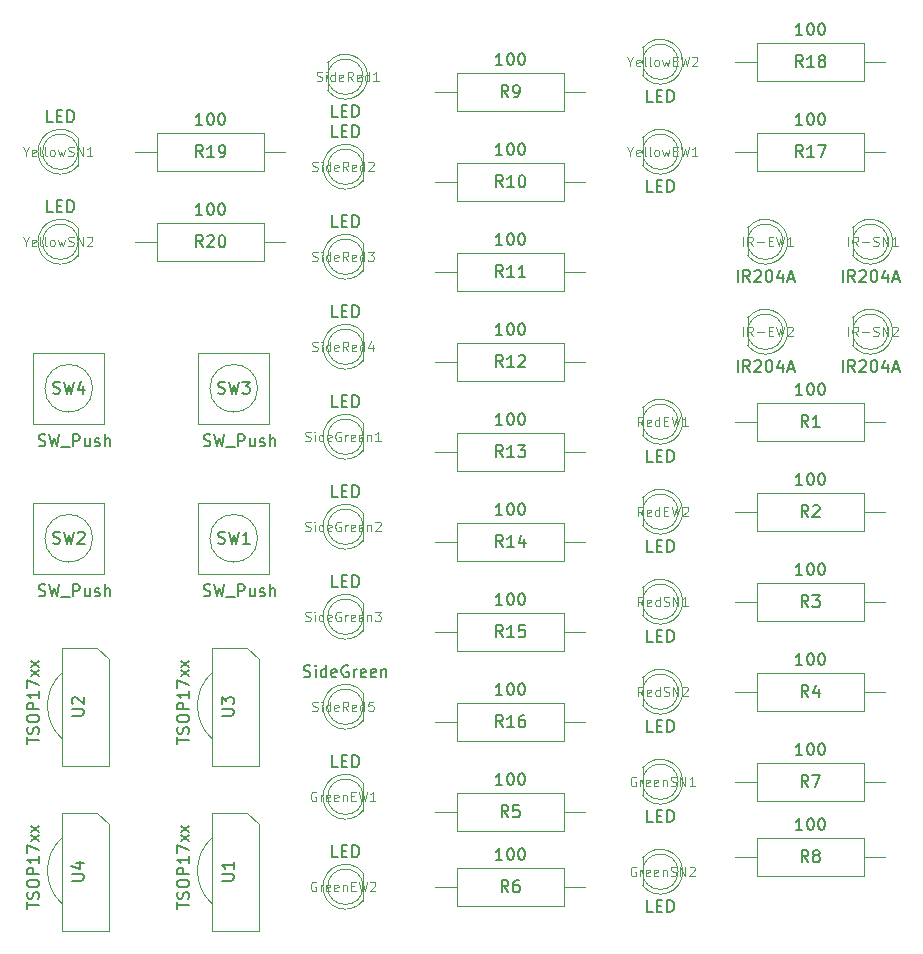
<source format=gbr>
G04 #@! TF.GenerationSoftware,KiCad,Pcbnew,(5.1.5)-3*
G04 #@! TF.CreationDate,2020-04-13T15:09:25+01:00*
G04 #@! TF.ProjectId,TL1,544c312e-6b69-4636-9164-5f7063625858,rev?*
G04 #@! TF.SameCoordinates,Original*
G04 #@! TF.FileFunction,Other,Fab,Top*
%FSLAX46Y46*%
G04 Gerber Fmt 4.6, Leading zero omitted, Abs format (unit mm)*
G04 Created by KiCad (PCBNEW (5.1.5)-3) date 2020-04-13 15:09:25*
%MOMM*%
%LPD*%
G04 APERTURE LIST*
%ADD10C,0.100000*%
%ADD11C,0.150000*%
%ADD12C,0.120000*%
G04 APERTURE END LIST*
D10*
X104370555Y-63604524D02*
G75*
G03X104370000Y-65936190I-1500555J-1165476D01*
G01*
X104370000Y-64770000D02*
G75*
G03X104370000Y-64770000I-1500000J0D01*
G01*
X104370000Y-65936190D02*
X104370000Y-63603810D01*
X104370555Y-55984524D02*
G75*
G03X104370000Y-58316190I-1500555J-1165476D01*
G01*
X104370000Y-57150000D02*
G75*
G03X104370000Y-57150000I-1500000J0D01*
G01*
X104370000Y-58316190D02*
X104370000Y-55983810D01*
X152169445Y-50695476D02*
G75*
G03X152170000Y-48363810I1500555J1165476D01*
G01*
X155170000Y-49530000D02*
G75*
G03X155170000Y-49530000I-1500000J0D01*
G01*
X152170000Y-48363810D02*
X152170000Y-50696190D01*
X152169445Y-58315476D02*
G75*
G03X152170000Y-55983810I1500555J1165476D01*
G01*
X155170000Y-57150000D02*
G75*
G03X155170000Y-57150000I-1500000J0D01*
G01*
X152170000Y-55983810D02*
X152170000Y-58316190D01*
X107010000Y-114100000D02*
X106010000Y-113100000D01*
X102973855Y-115256966D02*
G75*
G03X102960000Y-120770000I2586145J-2763034D01*
G01*
X103010000Y-113100000D02*
X106010000Y-113100000D01*
X103010000Y-123100000D02*
X103010000Y-113100000D01*
X107010000Y-123100000D02*
X103010000Y-123100000D01*
X107010000Y-114100000D02*
X107010000Y-123100000D01*
X119710000Y-100130000D02*
X118710000Y-99130000D01*
X115673855Y-101286966D02*
G75*
G03X115660000Y-106800000I2586145J-2763034D01*
G01*
X115710000Y-99130000D02*
X118710000Y-99130000D01*
X115710000Y-109130000D02*
X115710000Y-99130000D01*
X119710000Y-109130000D02*
X115710000Y-109130000D01*
X119710000Y-100130000D02*
X119710000Y-109130000D01*
X107010000Y-100130000D02*
X106010000Y-99130000D01*
X102973855Y-101286966D02*
G75*
G03X102960000Y-106800000I2586145J-2763034D01*
G01*
X103010000Y-99130000D02*
X106010000Y-99130000D01*
X103010000Y-109130000D02*
X103010000Y-99130000D01*
X107010000Y-109130000D02*
X103010000Y-109130000D01*
X107010000Y-100130000D02*
X107010000Y-109130000D01*
X119710000Y-114100000D02*
X118710000Y-113100000D01*
X115673855Y-115256966D02*
G75*
G03X115660000Y-120770000I2586145J-2763034D01*
G01*
X115710000Y-113100000D02*
X118710000Y-113100000D01*
X115710000Y-123100000D02*
X115710000Y-113100000D01*
X119710000Y-123100000D02*
X115710000Y-123100000D01*
X119710000Y-114100000D02*
X119710000Y-123100000D01*
X105595564Y-77180000D02*
G75*
G03X105595564Y-77180000I-2015564J0D01*
G01*
X100580000Y-74180000D02*
X103580000Y-74180000D01*
X100580000Y-80180000D02*
X100580000Y-74180000D01*
X106580000Y-80180000D02*
X100580000Y-80180000D01*
X106580000Y-74180000D02*
X106580000Y-80180000D01*
X103580000Y-74180000D02*
X106580000Y-74180000D01*
X119565564Y-77180000D02*
G75*
G03X119565564Y-77180000I-2015564J0D01*
G01*
X114550000Y-74180000D02*
X117550000Y-74180000D01*
X114550000Y-80180000D02*
X114550000Y-74180000D01*
X120550000Y-80180000D02*
X114550000Y-80180000D01*
X120550000Y-74180000D02*
X120550000Y-80180000D01*
X117550000Y-74180000D02*
X120550000Y-74180000D01*
X105595564Y-89880000D02*
G75*
G03X105595564Y-89880000I-2015564J0D01*
G01*
X100580000Y-86880000D02*
X103580000Y-86880000D01*
X100580000Y-92880000D02*
X100580000Y-86880000D01*
X106580000Y-92880000D02*
X100580000Y-92880000D01*
X106580000Y-86880000D02*
X106580000Y-92880000D01*
X103580000Y-86880000D02*
X106580000Y-86880000D01*
X119565564Y-89880000D02*
G75*
G03X119565564Y-89880000I-2015564J0D01*
G01*
X114550000Y-86880000D02*
X117550000Y-86880000D01*
X114550000Y-92880000D02*
X114550000Y-86880000D01*
X120550000Y-92880000D02*
X114550000Y-92880000D01*
X120550000Y-86880000D02*
X120550000Y-92880000D01*
X117550000Y-86880000D02*
X120550000Y-86880000D01*
X128500555Y-102974524D02*
G75*
G03X128500000Y-105306190I-1500555J-1165476D01*
G01*
X128500000Y-104140000D02*
G75*
G03X128500000Y-104140000I-1500000J0D01*
G01*
X128500000Y-105306190D02*
X128500000Y-102973810D01*
X128500555Y-72494524D02*
G75*
G03X128500000Y-74826190I-1500555J-1165476D01*
G01*
X128500000Y-73660000D02*
G75*
G03X128500000Y-73660000I-1500000J0D01*
G01*
X128500000Y-74826190D02*
X128500000Y-72493810D01*
X128500555Y-64874524D02*
G75*
G03X128500000Y-67206190I-1500555J-1165476D01*
G01*
X128500000Y-66040000D02*
G75*
G03X128500000Y-66040000I-1500000J0D01*
G01*
X128500000Y-67206190D02*
X128500000Y-64873810D01*
X128500555Y-57254524D02*
G75*
G03X128500000Y-59586190I-1500555J-1165476D01*
G01*
X128500000Y-58420000D02*
G75*
G03X128500000Y-58420000I-1500000J0D01*
G01*
X128500000Y-59586190D02*
X128500000Y-57253810D01*
X125499445Y-51965476D02*
G75*
G03X125500000Y-49633810I1500555J1165476D01*
G01*
X128500000Y-50800000D02*
G75*
G03X128500000Y-50800000I-1500000J0D01*
G01*
X125500000Y-49633810D02*
X125500000Y-51966190D01*
X128500555Y-95354524D02*
G75*
G03X128500000Y-97686190I-1500555J-1165476D01*
G01*
X128500000Y-96520000D02*
G75*
G03X128500000Y-96520000I-1500000J0D01*
G01*
X128500000Y-97686190D02*
X128500000Y-95353810D01*
X128500555Y-87734524D02*
G75*
G03X128500000Y-90066190I-1500555J-1165476D01*
G01*
X128500000Y-88900000D02*
G75*
G03X128500000Y-88900000I-1500000J0D01*
G01*
X128500000Y-90066190D02*
X128500000Y-87733810D01*
X128500555Y-80114524D02*
G75*
G03X128500000Y-82446190I-1500555J-1165476D01*
G01*
X128500000Y-81280000D02*
G75*
G03X128500000Y-81280000I-1500000J0D01*
G01*
X128500000Y-82446190D02*
X128500000Y-80113810D01*
X152169445Y-104035476D02*
G75*
G03X152170000Y-101703810I1500555J1165476D01*
G01*
X155170000Y-102870000D02*
G75*
G03X155170000Y-102870000I-1500000J0D01*
G01*
X152170000Y-101703810D02*
X152170000Y-104036190D01*
X152169445Y-96415476D02*
G75*
G03X152170000Y-94083810I1500555J1165476D01*
G01*
X155170000Y-95250000D02*
G75*
G03X155170000Y-95250000I-1500000J0D01*
G01*
X152170000Y-94083810D02*
X152170000Y-96416190D01*
X152169445Y-88795476D02*
G75*
G03X152170000Y-86463810I1500555J1165476D01*
G01*
X155170000Y-87630000D02*
G75*
G03X155170000Y-87630000I-1500000J0D01*
G01*
X152170000Y-86463810D02*
X152170000Y-88796190D01*
X152169445Y-81175476D02*
G75*
G03X152170000Y-78843810I1500555J1165476D01*
G01*
X155170000Y-80010000D02*
G75*
G03X155170000Y-80010000I-1500000J0D01*
G01*
X152170000Y-78843810D02*
X152170000Y-81176190D01*
X109220000Y-64770000D02*
X111070000Y-64770000D01*
X121920000Y-64770000D02*
X120070000Y-64770000D01*
X111070000Y-66370000D02*
X120070000Y-66370000D01*
X111070000Y-63170000D02*
X111070000Y-66370000D01*
X120070000Y-63170000D02*
X111070000Y-63170000D01*
X120070000Y-66370000D02*
X120070000Y-63170000D01*
X109220000Y-57150000D02*
X111070000Y-57150000D01*
X121920000Y-57150000D02*
X120070000Y-57150000D01*
X111070000Y-58750000D02*
X120070000Y-58750000D01*
X111070000Y-55550000D02*
X111070000Y-58750000D01*
X120070000Y-55550000D02*
X111070000Y-55550000D01*
X120070000Y-58750000D02*
X120070000Y-55550000D01*
X160020000Y-49530000D02*
X161870000Y-49530000D01*
X172720000Y-49530000D02*
X170870000Y-49530000D01*
X161870000Y-51130000D02*
X170870000Y-51130000D01*
X161870000Y-47930000D02*
X161870000Y-51130000D01*
X170870000Y-47930000D02*
X161870000Y-47930000D01*
X170870000Y-51130000D02*
X170870000Y-47930000D01*
X160020000Y-57150000D02*
X161870000Y-57150000D01*
X172720000Y-57150000D02*
X170870000Y-57150000D01*
X161870000Y-58750000D02*
X170870000Y-58750000D01*
X161870000Y-55550000D02*
X161870000Y-58750000D01*
X170870000Y-55550000D02*
X161870000Y-55550000D01*
X170870000Y-58750000D02*
X170870000Y-55550000D01*
X134620000Y-105410000D02*
X136470000Y-105410000D01*
X147320000Y-105410000D02*
X145470000Y-105410000D01*
X136470000Y-107010000D02*
X145470000Y-107010000D01*
X136470000Y-103810000D02*
X136470000Y-107010000D01*
X145470000Y-103810000D02*
X136470000Y-103810000D01*
X145470000Y-107010000D02*
X145470000Y-103810000D01*
X134620000Y-97790000D02*
X136470000Y-97790000D01*
X147320000Y-97790000D02*
X145470000Y-97790000D01*
X136470000Y-99390000D02*
X145470000Y-99390000D01*
X136470000Y-96190000D02*
X136470000Y-99390000D01*
X145470000Y-96190000D02*
X136470000Y-96190000D01*
X145470000Y-99390000D02*
X145470000Y-96190000D01*
X134620000Y-90170000D02*
X136470000Y-90170000D01*
X147320000Y-90170000D02*
X145470000Y-90170000D01*
X136470000Y-91770000D02*
X145470000Y-91770000D01*
X136470000Y-88570000D02*
X136470000Y-91770000D01*
X145470000Y-88570000D02*
X136470000Y-88570000D01*
X145470000Y-91770000D02*
X145470000Y-88570000D01*
X134620000Y-82550000D02*
X136470000Y-82550000D01*
X147320000Y-82550000D02*
X145470000Y-82550000D01*
X136470000Y-84150000D02*
X145470000Y-84150000D01*
X136470000Y-80950000D02*
X136470000Y-84150000D01*
X145470000Y-80950000D02*
X136470000Y-80950000D01*
X145470000Y-84150000D02*
X145470000Y-80950000D01*
X134620000Y-74930000D02*
X136470000Y-74930000D01*
X147320000Y-74930000D02*
X145470000Y-74930000D01*
X136470000Y-76530000D02*
X145470000Y-76530000D01*
X136470000Y-73330000D02*
X136470000Y-76530000D01*
X145470000Y-73330000D02*
X136470000Y-73330000D01*
X145470000Y-76530000D02*
X145470000Y-73330000D01*
X134620000Y-67310000D02*
X136470000Y-67310000D01*
X147320000Y-67310000D02*
X145470000Y-67310000D01*
X136470000Y-68910000D02*
X145470000Y-68910000D01*
X136470000Y-65710000D02*
X136470000Y-68910000D01*
X145470000Y-65710000D02*
X136470000Y-65710000D01*
X145470000Y-68910000D02*
X145470000Y-65710000D01*
X134620000Y-59690000D02*
X136470000Y-59690000D01*
X147320000Y-59690000D02*
X145470000Y-59690000D01*
X136470000Y-61290000D02*
X145470000Y-61290000D01*
X136470000Y-58090000D02*
X136470000Y-61290000D01*
X145470000Y-58090000D02*
X136470000Y-58090000D01*
X145470000Y-61290000D02*
X145470000Y-58090000D01*
X134620000Y-52070000D02*
X136470000Y-52070000D01*
X147320000Y-52070000D02*
X145470000Y-52070000D01*
X136470000Y-53670000D02*
X145470000Y-53670000D01*
X136470000Y-50470000D02*
X136470000Y-53670000D01*
X145470000Y-50470000D02*
X136470000Y-50470000D01*
X145470000Y-53670000D02*
X145470000Y-50470000D01*
X160020000Y-116840000D02*
X161870000Y-116840000D01*
X172720000Y-116840000D02*
X170870000Y-116840000D01*
X161870000Y-118440000D02*
X170870000Y-118440000D01*
X161870000Y-115240000D02*
X161870000Y-118440000D01*
X170870000Y-115240000D02*
X161870000Y-115240000D01*
X170870000Y-118440000D02*
X170870000Y-115240000D01*
X160020000Y-110490000D02*
X161870000Y-110490000D01*
X172720000Y-110490000D02*
X170870000Y-110490000D01*
X161870000Y-112090000D02*
X170870000Y-112090000D01*
X161870000Y-108890000D02*
X161870000Y-112090000D01*
X170870000Y-108890000D02*
X161870000Y-108890000D01*
X170870000Y-112090000D02*
X170870000Y-108890000D01*
X134620000Y-119380000D02*
X136470000Y-119380000D01*
X147320000Y-119380000D02*
X145470000Y-119380000D01*
X136470000Y-120980000D02*
X145470000Y-120980000D01*
X136470000Y-117780000D02*
X136470000Y-120980000D01*
X145470000Y-117780000D02*
X136470000Y-117780000D01*
X145470000Y-120980000D02*
X145470000Y-117780000D01*
X134620000Y-113030000D02*
X136470000Y-113030000D01*
X147320000Y-113030000D02*
X145470000Y-113030000D01*
X136470000Y-114630000D02*
X145470000Y-114630000D01*
X136470000Y-111430000D02*
X136470000Y-114630000D01*
X145470000Y-111430000D02*
X136470000Y-111430000D01*
X145470000Y-114630000D02*
X145470000Y-111430000D01*
X160020000Y-102870000D02*
X161870000Y-102870000D01*
X172720000Y-102870000D02*
X170870000Y-102870000D01*
X161870000Y-104470000D02*
X170870000Y-104470000D01*
X161870000Y-101270000D02*
X161870000Y-104470000D01*
X170870000Y-101270000D02*
X161870000Y-101270000D01*
X170870000Y-104470000D02*
X170870000Y-101270000D01*
X160020000Y-95250000D02*
X161870000Y-95250000D01*
X172720000Y-95250000D02*
X170870000Y-95250000D01*
X161870000Y-96850000D02*
X170870000Y-96850000D01*
X161870000Y-93650000D02*
X161870000Y-96850000D01*
X170870000Y-93650000D02*
X161870000Y-93650000D01*
X170870000Y-96850000D02*
X170870000Y-93650000D01*
X160020000Y-87630000D02*
X161870000Y-87630000D01*
X172720000Y-87630000D02*
X170870000Y-87630000D01*
X161870000Y-89230000D02*
X170870000Y-89230000D01*
X161870000Y-86030000D02*
X161870000Y-89230000D01*
X170870000Y-86030000D02*
X161870000Y-86030000D01*
X170870000Y-89230000D02*
X170870000Y-86030000D01*
X160020000Y-80010000D02*
X161870000Y-80010000D01*
X172720000Y-80010000D02*
X170870000Y-80010000D01*
X161870000Y-81610000D02*
X170870000Y-81610000D01*
X161870000Y-78410000D02*
X161870000Y-81610000D01*
X170870000Y-78410000D02*
X161870000Y-78410000D01*
X170870000Y-81610000D02*
X170870000Y-78410000D01*
X169949445Y-73555476D02*
G75*
G03X169950000Y-71223810I1500555J1165476D01*
G01*
X172950000Y-72390000D02*
G75*
G03X172950000Y-72390000I-1500000J0D01*
G01*
X169950000Y-71223810D02*
X169950000Y-73556190D01*
X169949445Y-65935476D02*
G75*
G03X169950000Y-63603810I1500555J1165476D01*
G01*
X172950000Y-64770000D02*
G75*
G03X172950000Y-64770000I-1500000J0D01*
G01*
X169950000Y-63603810D02*
X169950000Y-65936190D01*
X161059445Y-73555476D02*
G75*
G03X161060000Y-71223810I1500555J1165476D01*
G01*
X164060000Y-72390000D02*
G75*
G03X164060000Y-72390000I-1500000J0D01*
G01*
X161060000Y-71223810D02*
X161060000Y-73556190D01*
X161059445Y-65935476D02*
G75*
G03X161060000Y-63603810I1500555J1165476D01*
G01*
X164060000Y-64770000D02*
G75*
G03X164060000Y-64770000I-1500000J0D01*
G01*
X161060000Y-63603810D02*
X161060000Y-65936190D01*
X152169445Y-119275476D02*
G75*
G03X152170000Y-116943810I1500555J1165476D01*
G01*
X155170000Y-118110000D02*
G75*
G03X155170000Y-118110000I-1500000J0D01*
G01*
X152170000Y-116943810D02*
X152170000Y-119276190D01*
X152169445Y-111655476D02*
G75*
G03X152170000Y-109323810I1500555J1165476D01*
G01*
X155170000Y-110490000D02*
G75*
G03X155170000Y-110490000I-1500000J0D01*
G01*
X152170000Y-109323810D02*
X152170000Y-111656190D01*
X128500555Y-118214524D02*
G75*
G03X128500000Y-120546190I-1500555J-1165476D01*
G01*
X128500000Y-119380000D02*
G75*
G03X128500000Y-119380000I-1500000J0D01*
G01*
X128500000Y-120546190D02*
X128500000Y-118213810D01*
X128500555Y-110594524D02*
G75*
G03X128500000Y-112926190I-1500555J-1165476D01*
G01*
X128500000Y-111760000D02*
G75*
G03X128500000Y-111760000I-1500000J0D01*
G01*
X128500000Y-112926190D02*
X128500000Y-110593810D01*
D11*
X102227142Y-62262380D02*
X101750952Y-62262380D01*
X101750952Y-61262380D01*
X102560476Y-61738571D02*
X102893809Y-61738571D01*
X103036666Y-62262380D02*
X102560476Y-62262380D01*
X102560476Y-61262380D01*
X103036666Y-61262380D01*
X103465238Y-62262380D02*
X103465238Y-61262380D01*
X103703333Y-61262380D01*
X103846190Y-61310000D01*
X103941428Y-61405238D01*
X103989047Y-61500476D01*
X104036666Y-61690952D01*
X104036666Y-61833809D01*
X103989047Y-62024285D01*
X103941428Y-62119523D01*
X103846190Y-62214761D01*
X103703333Y-62262380D01*
X103465238Y-62262380D01*
D12*
X99946190Y-64750952D02*
X99946190Y-65131904D01*
X99679523Y-64331904D02*
X99946190Y-64750952D01*
X100212857Y-64331904D01*
X100784285Y-65093809D02*
X100708095Y-65131904D01*
X100555714Y-65131904D01*
X100479523Y-65093809D01*
X100441428Y-65017619D01*
X100441428Y-64712857D01*
X100479523Y-64636666D01*
X100555714Y-64598571D01*
X100708095Y-64598571D01*
X100784285Y-64636666D01*
X100822380Y-64712857D01*
X100822380Y-64789047D01*
X100441428Y-64865238D01*
X101279523Y-65131904D02*
X101203333Y-65093809D01*
X101165238Y-65017619D01*
X101165238Y-64331904D01*
X101698571Y-65131904D02*
X101622380Y-65093809D01*
X101584285Y-65017619D01*
X101584285Y-64331904D01*
X102117619Y-65131904D02*
X102041428Y-65093809D01*
X102003333Y-65055714D01*
X101965238Y-64979523D01*
X101965238Y-64750952D01*
X102003333Y-64674761D01*
X102041428Y-64636666D01*
X102117619Y-64598571D01*
X102231904Y-64598571D01*
X102308095Y-64636666D01*
X102346190Y-64674761D01*
X102384285Y-64750952D01*
X102384285Y-64979523D01*
X102346190Y-65055714D01*
X102308095Y-65093809D01*
X102231904Y-65131904D01*
X102117619Y-65131904D01*
X102650952Y-64598571D02*
X102803333Y-65131904D01*
X102955714Y-64750952D01*
X103108095Y-65131904D01*
X103260476Y-64598571D01*
X103527142Y-65093809D02*
X103641428Y-65131904D01*
X103831904Y-65131904D01*
X103908095Y-65093809D01*
X103946190Y-65055714D01*
X103984285Y-64979523D01*
X103984285Y-64903333D01*
X103946190Y-64827142D01*
X103908095Y-64789047D01*
X103831904Y-64750952D01*
X103679523Y-64712857D01*
X103603333Y-64674761D01*
X103565238Y-64636666D01*
X103527142Y-64560476D01*
X103527142Y-64484285D01*
X103565238Y-64408095D01*
X103603333Y-64370000D01*
X103679523Y-64331904D01*
X103870000Y-64331904D01*
X103984285Y-64370000D01*
X104327142Y-65131904D02*
X104327142Y-64331904D01*
X104784285Y-65131904D01*
X104784285Y-64331904D01*
X105127142Y-64408095D02*
X105165238Y-64370000D01*
X105241428Y-64331904D01*
X105431904Y-64331904D01*
X105508095Y-64370000D01*
X105546190Y-64408095D01*
X105584285Y-64484285D01*
X105584285Y-64560476D01*
X105546190Y-64674761D01*
X105089047Y-65131904D01*
X105584285Y-65131904D01*
D11*
X102227142Y-54642380D02*
X101750952Y-54642380D01*
X101750952Y-53642380D01*
X102560476Y-54118571D02*
X102893809Y-54118571D01*
X103036666Y-54642380D02*
X102560476Y-54642380D01*
X102560476Y-53642380D01*
X103036666Y-53642380D01*
X103465238Y-54642380D02*
X103465238Y-53642380D01*
X103703333Y-53642380D01*
X103846190Y-53690000D01*
X103941428Y-53785238D01*
X103989047Y-53880476D01*
X104036666Y-54070952D01*
X104036666Y-54213809D01*
X103989047Y-54404285D01*
X103941428Y-54499523D01*
X103846190Y-54594761D01*
X103703333Y-54642380D01*
X103465238Y-54642380D01*
D12*
X99946190Y-57130952D02*
X99946190Y-57511904D01*
X99679523Y-56711904D02*
X99946190Y-57130952D01*
X100212857Y-56711904D01*
X100784285Y-57473809D02*
X100708095Y-57511904D01*
X100555714Y-57511904D01*
X100479523Y-57473809D01*
X100441428Y-57397619D01*
X100441428Y-57092857D01*
X100479523Y-57016666D01*
X100555714Y-56978571D01*
X100708095Y-56978571D01*
X100784285Y-57016666D01*
X100822380Y-57092857D01*
X100822380Y-57169047D01*
X100441428Y-57245238D01*
X101279523Y-57511904D02*
X101203333Y-57473809D01*
X101165238Y-57397619D01*
X101165238Y-56711904D01*
X101698571Y-57511904D02*
X101622380Y-57473809D01*
X101584285Y-57397619D01*
X101584285Y-56711904D01*
X102117619Y-57511904D02*
X102041428Y-57473809D01*
X102003333Y-57435714D01*
X101965238Y-57359523D01*
X101965238Y-57130952D01*
X102003333Y-57054761D01*
X102041428Y-57016666D01*
X102117619Y-56978571D01*
X102231904Y-56978571D01*
X102308095Y-57016666D01*
X102346190Y-57054761D01*
X102384285Y-57130952D01*
X102384285Y-57359523D01*
X102346190Y-57435714D01*
X102308095Y-57473809D01*
X102231904Y-57511904D01*
X102117619Y-57511904D01*
X102650952Y-56978571D02*
X102803333Y-57511904D01*
X102955714Y-57130952D01*
X103108095Y-57511904D01*
X103260476Y-56978571D01*
X103527142Y-57473809D02*
X103641428Y-57511904D01*
X103831904Y-57511904D01*
X103908095Y-57473809D01*
X103946190Y-57435714D01*
X103984285Y-57359523D01*
X103984285Y-57283333D01*
X103946190Y-57207142D01*
X103908095Y-57169047D01*
X103831904Y-57130952D01*
X103679523Y-57092857D01*
X103603333Y-57054761D01*
X103565238Y-57016666D01*
X103527142Y-56940476D01*
X103527142Y-56864285D01*
X103565238Y-56788095D01*
X103603333Y-56750000D01*
X103679523Y-56711904D01*
X103870000Y-56711904D01*
X103984285Y-56750000D01*
X104327142Y-57511904D02*
X104327142Y-56711904D01*
X104784285Y-57511904D01*
X104784285Y-56711904D01*
X105584285Y-57511904D02*
X105127142Y-57511904D01*
X105355714Y-57511904D02*
X105355714Y-56711904D01*
X105279523Y-56826190D01*
X105203333Y-56902380D01*
X105127142Y-56940476D01*
D11*
X153027142Y-52942380D02*
X152550952Y-52942380D01*
X152550952Y-51942380D01*
X153360476Y-52418571D02*
X153693809Y-52418571D01*
X153836666Y-52942380D02*
X153360476Y-52942380D01*
X153360476Y-51942380D01*
X153836666Y-51942380D01*
X154265238Y-52942380D02*
X154265238Y-51942380D01*
X154503333Y-51942380D01*
X154646190Y-51990000D01*
X154741428Y-52085238D01*
X154789047Y-52180476D01*
X154836666Y-52370952D01*
X154836666Y-52513809D01*
X154789047Y-52704285D01*
X154741428Y-52799523D01*
X154646190Y-52894761D01*
X154503333Y-52942380D01*
X154265238Y-52942380D01*
D12*
X151127142Y-49510952D02*
X151127142Y-49891904D01*
X150860476Y-49091904D02*
X151127142Y-49510952D01*
X151393809Y-49091904D01*
X151965238Y-49853809D02*
X151889047Y-49891904D01*
X151736666Y-49891904D01*
X151660476Y-49853809D01*
X151622380Y-49777619D01*
X151622380Y-49472857D01*
X151660476Y-49396666D01*
X151736666Y-49358571D01*
X151889047Y-49358571D01*
X151965238Y-49396666D01*
X152003333Y-49472857D01*
X152003333Y-49549047D01*
X151622380Y-49625238D01*
X152460476Y-49891904D02*
X152384285Y-49853809D01*
X152346190Y-49777619D01*
X152346190Y-49091904D01*
X152879523Y-49891904D02*
X152803333Y-49853809D01*
X152765238Y-49777619D01*
X152765238Y-49091904D01*
X153298571Y-49891904D02*
X153222380Y-49853809D01*
X153184285Y-49815714D01*
X153146190Y-49739523D01*
X153146190Y-49510952D01*
X153184285Y-49434761D01*
X153222380Y-49396666D01*
X153298571Y-49358571D01*
X153412857Y-49358571D01*
X153489047Y-49396666D01*
X153527142Y-49434761D01*
X153565238Y-49510952D01*
X153565238Y-49739523D01*
X153527142Y-49815714D01*
X153489047Y-49853809D01*
X153412857Y-49891904D01*
X153298571Y-49891904D01*
X153831904Y-49358571D02*
X153984285Y-49891904D01*
X154136666Y-49510952D01*
X154289047Y-49891904D01*
X154441428Y-49358571D01*
X154746190Y-49472857D02*
X155012857Y-49472857D01*
X155127142Y-49891904D02*
X154746190Y-49891904D01*
X154746190Y-49091904D01*
X155127142Y-49091904D01*
X155393809Y-49091904D02*
X155584285Y-49891904D01*
X155736666Y-49320476D01*
X155889047Y-49891904D01*
X156079523Y-49091904D01*
X156346190Y-49168095D02*
X156384285Y-49130000D01*
X156460476Y-49091904D01*
X156650952Y-49091904D01*
X156727142Y-49130000D01*
X156765238Y-49168095D01*
X156803333Y-49244285D01*
X156803333Y-49320476D01*
X156765238Y-49434761D01*
X156308095Y-49891904D01*
X156803333Y-49891904D01*
D11*
X153027142Y-60562380D02*
X152550952Y-60562380D01*
X152550952Y-59562380D01*
X153360476Y-60038571D02*
X153693809Y-60038571D01*
X153836666Y-60562380D02*
X153360476Y-60562380D01*
X153360476Y-59562380D01*
X153836666Y-59562380D01*
X154265238Y-60562380D02*
X154265238Y-59562380D01*
X154503333Y-59562380D01*
X154646190Y-59610000D01*
X154741428Y-59705238D01*
X154789047Y-59800476D01*
X154836666Y-59990952D01*
X154836666Y-60133809D01*
X154789047Y-60324285D01*
X154741428Y-60419523D01*
X154646190Y-60514761D01*
X154503333Y-60562380D01*
X154265238Y-60562380D01*
D12*
X151127142Y-57130952D02*
X151127142Y-57511904D01*
X150860476Y-56711904D02*
X151127142Y-57130952D01*
X151393809Y-56711904D01*
X151965238Y-57473809D02*
X151889047Y-57511904D01*
X151736666Y-57511904D01*
X151660476Y-57473809D01*
X151622380Y-57397619D01*
X151622380Y-57092857D01*
X151660476Y-57016666D01*
X151736666Y-56978571D01*
X151889047Y-56978571D01*
X151965238Y-57016666D01*
X152003333Y-57092857D01*
X152003333Y-57169047D01*
X151622380Y-57245238D01*
X152460476Y-57511904D02*
X152384285Y-57473809D01*
X152346190Y-57397619D01*
X152346190Y-56711904D01*
X152879523Y-57511904D02*
X152803333Y-57473809D01*
X152765238Y-57397619D01*
X152765238Y-56711904D01*
X153298571Y-57511904D02*
X153222380Y-57473809D01*
X153184285Y-57435714D01*
X153146190Y-57359523D01*
X153146190Y-57130952D01*
X153184285Y-57054761D01*
X153222380Y-57016666D01*
X153298571Y-56978571D01*
X153412857Y-56978571D01*
X153489047Y-57016666D01*
X153527142Y-57054761D01*
X153565238Y-57130952D01*
X153565238Y-57359523D01*
X153527142Y-57435714D01*
X153489047Y-57473809D01*
X153412857Y-57511904D01*
X153298571Y-57511904D01*
X153831904Y-56978571D02*
X153984285Y-57511904D01*
X154136666Y-57130952D01*
X154289047Y-57511904D01*
X154441428Y-56978571D01*
X154746190Y-57092857D02*
X155012857Y-57092857D01*
X155127142Y-57511904D02*
X154746190Y-57511904D01*
X154746190Y-56711904D01*
X155127142Y-56711904D01*
X155393809Y-56711904D02*
X155584285Y-57511904D01*
X155736666Y-56940476D01*
X155889047Y-57511904D01*
X156079523Y-56711904D01*
X156803333Y-57511904D02*
X156346190Y-57511904D01*
X156574761Y-57511904D02*
X156574761Y-56711904D01*
X156498571Y-56826190D01*
X156422380Y-56902380D01*
X156346190Y-56940476D01*
D11*
X100062380Y-121247619D02*
X100062380Y-120676190D01*
X101062380Y-120961904D02*
X100062380Y-120961904D01*
X101014761Y-120390476D02*
X101062380Y-120247619D01*
X101062380Y-120009523D01*
X101014761Y-119914285D01*
X100967142Y-119866666D01*
X100871904Y-119819047D01*
X100776666Y-119819047D01*
X100681428Y-119866666D01*
X100633809Y-119914285D01*
X100586190Y-120009523D01*
X100538571Y-120200000D01*
X100490952Y-120295238D01*
X100443333Y-120342857D01*
X100348095Y-120390476D01*
X100252857Y-120390476D01*
X100157619Y-120342857D01*
X100110000Y-120295238D01*
X100062380Y-120200000D01*
X100062380Y-119961904D01*
X100110000Y-119819047D01*
X100062380Y-119200000D02*
X100062380Y-119009523D01*
X100110000Y-118914285D01*
X100205238Y-118819047D01*
X100395714Y-118771428D01*
X100729047Y-118771428D01*
X100919523Y-118819047D01*
X101014761Y-118914285D01*
X101062380Y-119009523D01*
X101062380Y-119200000D01*
X101014761Y-119295238D01*
X100919523Y-119390476D01*
X100729047Y-119438095D01*
X100395714Y-119438095D01*
X100205238Y-119390476D01*
X100110000Y-119295238D01*
X100062380Y-119200000D01*
X101062380Y-118342857D02*
X100062380Y-118342857D01*
X100062380Y-117961904D01*
X100110000Y-117866666D01*
X100157619Y-117819047D01*
X100252857Y-117771428D01*
X100395714Y-117771428D01*
X100490952Y-117819047D01*
X100538571Y-117866666D01*
X100586190Y-117961904D01*
X100586190Y-118342857D01*
X101062380Y-116819047D02*
X101062380Y-117390476D01*
X101062380Y-117104761D02*
X100062380Y-117104761D01*
X100205238Y-117200000D01*
X100300476Y-117295238D01*
X100348095Y-117390476D01*
X100062380Y-116485714D02*
X100062380Y-115819047D01*
X101062380Y-116247619D01*
X101062380Y-115533333D02*
X100395714Y-115009523D01*
X100395714Y-115533333D02*
X101062380Y-115009523D01*
X101062380Y-114723809D02*
X100395714Y-114200000D01*
X100395714Y-114723809D02*
X101062380Y-114200000D01*
X103845380Y-118861904D02*
X104654904Y-118861904D01*
X104750142Y-118814285D01*
X104797761Y-118766666D01*
X104845380Y-118671428D01*
X104845380Y-118480952D01*
X104797761Y-118385714D01*
X104750142Y-118338095D01*
X104654904Y-118290476D01*
X103845380Y-118290476D01*
X104178714Y-117385714D02*
X104845380Y-117385714D01*
X103797761Y-117623809D02*
X104512047Y-117861904D01*
X104512047Y-117242857D01*
X112762380Y-107277619D02*
X112762380Y-106706190D01*
X113762380Y-106991904D02*
X112762380Y-106991904D01*
X113714761Y-106420476D02*
X113762380Y-106277619D01*
X113762380Y-106039523D01*
X113714761Y-105944285D01*
X113667142Y-105896666D01*
X113571904Y-105849047D01*
X113476666Y-105849047D01*
X113381428Y-105896666D01*
X113333809Y-105944285D01*
X113286190Y-106039523D01*
X113238571Y-106230000D01*
X113190952Y-106325238D01*
X113143333Y-106372857D01*
X113048095Y-106420476D01*
X112952857Y-106420476D01*
X112857619Y-106372857D01*
X112810000Y-106325238D01*
X112762380Y-106230000D01*
X112762380Y-105991904D01*
X112810000Y-105849047D01*
X112762380Y-105230000D02*
X112762380Y-105039523D01*
X112810000Y-104944285D01*
X112905238Y-104849047D01*
X113095714Y-104801428D01*
X113429047Y-104801428D01*
X113619523Y-104849047D01*
X113714761Y-104944285D01*
X113762380Y-105039523D01*
X113762380Y-105230000D01*
X113714761Y-105325238D01*
X113619523Y-105420476D01*
X113429047Y-105468095D01*
X113095714Y-105468095D01*
X112905238Y-105420476D01*
X112810000Y-105325238D01*
X112762380Y-105230000D01*
X113762380Y-104372857D02*
X112762380Y-104372857D01*
X112762380Y-103991904D01*
X112810000Y-103896666D01*
X112857619Y-103849047D01*
X112952857Y-103801428D01*
X113095714Y-103801428D01*
X113190952Y-103849047D01*
X113238571Y-103896666D01*
X113286190Y-103991904D01*
X113286190Y-104372857D01*
X113762380Y-102849047D02*
X113762380Y-103420476D01*
X113762380Y-103134761D02*
X112762380Y-103134761D01*
X112905238Y-103230000D01*
X113000476Y-103325238D01*
X113048095Y-103420476D01*
X112762380Y-102515714D02*
X112762380Y-101849047D01*
X113762380Y-102277619D01*
X113762380Y-101563333D02*
X113095714Y-101039523D01*
X113095714Y-101563333D02*
X113762380Y-101039523D01*
X113762380Y-100753809D02*
X113095714Y-100230000D01*
X113095714Y-100753809D02*
X113762380Y-100230000D01*
X116545380Y-104891904D02*
X117354904Y-104891904D01*
X117450142Y-104844285D01*
X117497761Y-104796666D01*
X117545380Y-104701428D01*
X117545380Y-104510952D01*
X117497761Y-104415714D01*
X117450142Y-104368095D01*
X117354904Y-104320476D01*
X116545380Y-104320476D01*
X116545380Y-103939523D02*
X116545380Y-103320476D01*
X116926333Y-103653809D01*
X116926333Y-103510952D01*
X116973952Y-103415714D01*
X117021571Y-103368095D01*
X117116809Y-103320476D01*
X117354904Y-103320476D01*
X117450142Y-103368095D01*
X117497761Y-103415714D01*
X117545380Y-103510952D01*
X117545380Y-103796666D01*
X117497761Y-103891904D01*
X117450142Y-103939523D01*
X100062380Y-107277619D02*
X100062380Y-106706190D01*
X101062380Y-106991904D02*
X100062380Y-106991904D01*
X101014761Y-106420476D02*
X101062380Y-106277619D01*
X101062380Y-106039523D01*
X101014761Y-105944285D01*
X100967142Y-105896666D01*
X100871904Y-105849047D01*
X100776666Y-105849047D01*
X100681428Y-105896666D01*
X100633809Y-105944285D01*
X100586190Y-106039523D01*
X100538571Y-106230000D01*
X100490952Y-106325238D01*
X100443333Y-106372857D01*
X100348095Y-106420476D01*
X100252857Y-106420476D01*
X100157619Y-106372857D01*
X100110000Y-106325238D01*
X100062380Y-106230000D01*
X100062380Y-105991904D01*
X100110000Y-105849047D01*
X100062380Y-105230000D02*
X100062380Y-105039523D01*
X100110000Y-104944285D01*
X100205238Y-104849047D01*
X100395714Y-104801428D01*
X100729047Y-104801428D01*
X100919523Y-104849047D01*
X101014761Y-104944285D01*
X101062380Y-105039523D01*
X101062380Y-105230000D01*
X101014761Y-105325238D01*
X100919523Y-105420476D01*
X100729047Y-105468095D01*
X100395714Y-105468095D01*
X100205238Y-105420476D01*
X100110000Y-105325238D01*
X100062380Y-105230000D01*
X101062380Y-104372857D02*
X100062380Y-104372857D01*
X100062380Y-103991904D01*
X100110000Y-103896666D01*
X100157619Y-103849047D01*
X100252857Y-103801428D01*
X100395714Y-103801428D01*
X100490952Y-103849047D01*
X100538571Y-103896666D01*
X100586190Y-103991904D01*
X100586190Y-104372857D01*
X101062380Y-102849047D02*
X101062380Y-103420476D01*
X101062380Y-103134761D02*
X100062380Y-103134761D01*
X100205238Y-103230000D01*
X100300476Y-103325238D01*
X100348095Y-103420476D01*
X100062380Y-102515714D02*
X100062380Y-101849047D01*
X101062380Y-102277619D01*
X101062380Y-101563333D02*
X100395714Y-101039523D01*
X100395714Y-101563333D02*
X101062380Y-101039523D01*
X101062380Y-100753809D02*
X100395714Y-100230000D01*
X100395714Y-100753809D02*
X101062380Y-100230000D01*
X103845380Y-104891904D02*
X104654904Y-104891904D01*
X104750142Y-104844285D01*
X104797761Y-104796666D01*
X104845380Y-104701428D01*
X104845380Y-104510952D01*
X104797761Y-104415714D01*
X104750142Y-104368095D01*
X104654904Y-104320476D01*
X103845380Y-104320476D01*
X103940619Y-103891904D02*
X103893000Y-103844285D01*
X103845380Y-103749047D01*
X103845380Y-103510952D01*
X103893000Y-103415714D01*
X103940619Y-103368095D01*
X104035857Y-103320476D01*
X104131095Y-103320476D01*
X104273952Y-103368095D01*
X104845380Y-103939523D01*
X104845380Y-103320476D01*
X112762380Y-121247619D02*
X112762380Y-120676190D01*
X113762380Y-120961904D02*
X112762380Y-120961904D01*
X113714761Y-120390476D02*
X113762380Y-120247619D01*
X113762380Y-120009523D01*
X113714761Y-119914285D01*
X113667142Y-119866666D01*
X113571904Y-119819047D01*
X113476666Y-119819047D01*
X113381428Y-119866666D01*
X113333809Y-119914285D01*
X113286190Y-120009523D01*
X113238571Y-120200000D01*
X113190952Y-120295238D01*
X113143333Y-120342857D01*
X113048095Y-120390476D01*
X112952857Y-120390476D01*
X112857619Y-120342857D01*
X112810000Y-120295238D01*
X112762380Y-120200000D01*
X112762380Y-119961904D01*
X112810000Y-119819047D01*
X112762380Y-119200000D02*
X112762380Y-119009523D01*
X112810000Y-118914285D01*
X112905238Y-118819047D01*
X113095714Y-118771428D01*
X113429047Y-118771428D01*
X113619523Y-118819047D01*
X113714761Y-118914285D01*
X113762380Y-119009523D01*
X113762380Y-119200000D01*
X113714761Y-119295238D01*
X113619523Y-119390476D01*
X113429047Y-119438095D01*
X113095714Y-119438095D01*
X112905238Y-119390476D01*
X112810000Y-119295238D01*
X112762380Y-119200000D01*
X113762380Y-118342857D02*
X112762380Y-118342857D01*
X112762380Y-117961904D01*
X112810000Y-117866666D01*
X112857619Y-117819047D01*
X112952857Y-117771428D01*
X113095714Y-117771428D01*
X113190952Y-117819047D01*
X113238571Y-117866666D01*
X113286190Y-117961904D01*
X113286190Y-118342857D01*
X113762380Y-116819047D02*
X113762380Y-117390476D01*
X113762380Y-117104761D02*
X112762380Y-117104761D01*
X112905238Y-117200000D01*
X113000476Y-117295238D01*
X113048095Y-117390476D01*
X112762380Y-116485714D02*
X112762380Y-115819047D01*
X113762380Y-116247619D01*
X113762380Y-115533333D02*
X113095714Y-115009523D01*
X113095714Y-115533333D02*
X113762380Y-115009523D01*
X113762380Y-114723809D02*
X113095714Y-114200000D01*
X113095714Y-114723809D02*
X113762380Y-114200000D01*
X116545380Y-118861904D02*
X117354904Y-118861904D01*
X117450142Y-118814285D01*
X117497761Y-118766666D01*
X117545380Y-118671428D01*
X117545380Y-118480952D01*
X117497761Y-118385714D01*
X117450142Y-118338095D01*
X117354904Y-118290476D01*
X116545380Y-118290476D01*
X117545380Y-117290476D02*
X117545380Y-117861904D01*
X117545380Y-117576190D02*
X116545380Y-117576190D01*
X116688238Y-117671428D01*
X116783476Y-117766666D01*
X116831095Y-117861904D01*
X101032380Y-82034761D02*
X101175238Y-82082380D01*
X101413333Y-82082380D01*
X101508571Y-82034761D01*
X101556190Y-81987142D01*
X101603809Y-81891904D01*
X101603809Y-81796666D01*
X101556190Y-81701428D01*
X101508571Y-81653809D01*
X101413333Y-81606190D01*
X101222857Y-81558571D01*
X101127619Y-81510952D01*
X101080000Y-81463333D01*
X101032380Y-81368095D01*
X101032380Y-81272857D01*
X101080000Y-81177619D01*
X101127619Y-81130000D01*
X101222857Y-81082380D01*
X101460952Y-81082380D01*
X101603809Y-81130000D01*
X101937142Y-81082380D02*
X102175238Y-82082380D01*
X102365714Y-81368095D01*
X102556190Y-82082380D01*
X102794285Y-81082380D01*
X102937142Y-82177619D02*
X103699047Y-82177619D01*
X103937142Y-82082380D02*
X103937142Y-81082380D01*
X104318095Y-81082380D01*
X104413333Y-81130000D01*
X104460952Y-81177619D01*
X104508571Y-81272857D01*
X104508571Y-81415714D01*
X104460952Y-81510952D01*
X104413333Y-81558571D01*
X104318095Y-81606190D01*
X103937142Y-81606190D01*
X105365714Y-81415714D02*
X105365714Y-82082380D01*
X104937142Y-81415714D02*
X104937142Y-81939523D01*
X104984761Y-82034761D01*
X105080000Y-82082380D01*
X105222857Y-82082380D01*
X105318095Y-82034761D01*
X105365714Y-81987142D01*
X105794285Y-82034761D02*
X105889523Y-82082380D01*
X106080000Y-82082380D01*
X106175238Y-82034761D01*
X106222857Y-81939523D01*
X106222857Y-81891904D01*
X106175238Y-81796666D01*
X106080000Y-81749047D01*
X105937142Y-81749047D01*
X105841904Y-81701428D01*
X105794285Y-81606190D01*
X105794285Y-81558571D01*
X105841904Y-81463333D01*
X105937142Y-81415714D01*
X106080000Y-81415714D01*
X106175238Y-81463333D01*
X106651428Y-82082380D02*
X106651428Y-81082380D01*
X107080000Y-82082380D02*
X107080000Y-81558571D01*
X107032380Y-81463333D01*
X106937142Y-81415714D01*
X106794285Y-81415714D01*
X106699047Y-81463333D01*
X106651428Y-81510952D01*
X102246666Y-77584761D02*
X102389523Y-77632380D01*
X102627619Y-77632380D01*
X102722857Y-77584761D01*
X102770476Y-77537142D01*
X102818095Y-77441904D01*
X102818095Y-77346666D01*
X102770476Y-77251428D01*
X102722857Y-77203809D01*
X102627619Y-77156190D01*
X102437142Y-77108571D01*
X102341904Y-77060952D01*
X102294285Y-77013333D01*
X102246666Y-76918095D01*
X102246666Y-76822857D01*
X102294285Y-76727619D01*
X102341904Y-76680000D01*
X102437142Y-76632380D01*
X102675238Y-76632380D01*
X102818095Y-76680000D01*
X103151428Y-76632380D02*
X103389523Y-77632380D01*
X103580000Y-76918095D01*
X103770476Y-77632380D01*
X104008571Y-76632380D01*
X104818095Y-76965714D02*
X104818095Y-77632380D01*
X104580000Y-76584761D02*
X104341904Y-77299047D01*
X104960952Y-77299047D01*
X115002380Y-82034761D02*
X115145238Y-82082380D01*
X115383333Y-82082380D01*
X115478571Y-82034761D01*
X115526190Y-81987142D01*
X115573809Y-81891904D01*
X115573809Y-81796666D01*
X115526190Y-81701428D01*
X115478571Y-81653809D01*
X115383333Y-81606190D01*
X115192857Y-81558571D01*
X115097619Y-81510952D01*
X115050000Y-81463333D01*
X115002380Y-81368095D01*
X115002380Y-81272857D01*
X115050000Y-81177619D01*
X115097619Y-81130000D01*
X115192857Y-81082380D01*
X115430952Y-81082380D01*
X115573809Y-81130000D01*
X115907142Y-81082380D02*
X116145238Y-82082380D01*
X116335714Y-81368095D01*
X116526190Y-82082380D01*
X116764285Y-81082380D01*
X116907142Y-82177619D02*
X117669047Y-82177619D01*
X117907142Y-82082380D02*
X117907142Y-81082380D01*
X118288095Y-81082380D01*
X118383333Y-81130000D01*
X118430952Y-81177619D01*
X118478571Y-81272857D01*
X118478571Y-81415714D01*
X118430952Y-81510952D01*
X118383333Y-81558571D01*
X118288095Y-81606190D01*
X117907142Y-81606190D01*
X119335714Y-81415714D02*
X119335714Y-82082380D01*
X118907142Y-81415714D02*
X118907142Y-81939523D01*
X118954761Y-82034761D01*
X119050000Y-82082380D01*
X119192857Y-82082380D01*
X119288095Y-82034761D01*
X119335714Y-81987142D01*
X119764285Y-82034761D02*
X119859523Y-82082380D01*
X120050000Y-82082380D01*
X120145238Y-82034761D01*
X120192857Y-81939523D01*
X120192857Y-81891904D01*
X120145238Y-81796666D01*
X120050000Y-81749047D01*
X119907142Y-81749047D01*
X119811904Y-81701428D01*
X119764285Y-81606190D01*
X119764285Y-81558571D01*
X119811904Y-81463333D01*
X119907142Y-81415714D01*
X120050000Y-81415714D01*
X120145238Y-81463333D01*
X120621428Y-82082380D02*
X120621428Y-81082380D01*
X121050000Y-82082380D02*
X121050000Y-81558571D01*
X121002380Y-81463333D01*
X120907142Y-81415714D01*
X120764285Y-81415714D01*
X120669047Y-81463333D01*
X120621428Y-81510952D01*
X116216666Y-77584761D02*
X116359523Y-77632380D01*
X116597619Y-77632380D01*
X116692857Y-77584761D01*
X116740476Y-77537142D01*
X116788095Y-77441904D01*
X116788095Y-77346666D01*
X116740476Y-77251428D01*
X116692857Y-77203809D01*
X116597619Y-77156190D01*
X116407142Y-77108571D01*
X116311904Y-77060952D01*
X116264285Y-77013333D01*
X116216666Y-76918095D01*
X116216666Y-76822857D01*
X116264285Y-76727619D01*
X116311904Y-76680000D01*
X116407142Y-76632380D01*
X116645238Y-76632380D01*
X116788095Y-76680000D01*
X117121428Y-76632380D02*
X117359523Y-77632380D01*
X117550000Y-76918095D01*
X117740476Y-77632380D01*
X117978571Y-76632380D01*
X118264285Y-76632380D02*
X118883333Y-76632380D01*
X118550000Y-77013333D01*
X118692857Y-77013333D01*
X118788095Y-77060952D01*
X118835714Y-77108571D01*
X118883333Y-77203809D01*
X118883333Y-77441904D01*
X118835714Y-77537142D01*
X118788095Y-77584761D01*
X118692857Y-77632380D01*
X118407142Y-77632380D01*
X118311904Y-77584761D01*
X118264285Y-77537142D01*
X101032380Y-94734761D02*
X101175238Y-94782380D01*
X101413333Y-94782380D01*
X101508571Y-94734761D01*
X101556190Y-94687142D01*
X101603809Y-94591904D01*
X101603809Y-94496666D01*
X101556190Y-94401428D01*
X101508571Y-94353809D01*
X101413333Y-94306190D01*
X101222857Y-94258571D01*
X101127619Y-94210952D01*
X101080000Y-94163333D01*
X101032380Y-94068095D01*
X101032380Y-93972857D01*
X101080000Y-93877619D01*
X101127619Y-93830000D01*
X101222857Y-93782380D01*
X101460952Y-93782380D01*
X101603809Y-93830000D01*
X101937142Y-93782380D02*
X102175238Y-94782380D01*
X102365714Y-94068095D01*
X102556190Y-94782380D01*
X102794285Y-93782380D01*
X102937142Y-94877619D02*
X103699047Y-94877619D01*
X103937142Y-94782380D02*
X103937142Y-93782380D01*
X104318095Y-93782380D01*
X104413333Y-93830000D01*
X104460952Y-93877619D01*
X104508571Y-93972857D01*
X104508571Y-94115714D01*
X104460952Y-94210952D01*
X104413333Y-94258571D01*
X104318095Y-94306190D01*
X103937142Y-94306190D01*
X105365714Y-94115714D02*
X105365714Y-94782380D01*
X104937142Y-94115714D02*
X104937142Y-94639523D01*
X104984761Y-94734761D01*
X105080000Y-94782380D01*
X105222857Y-94782380D01*
X105318095Y-94734761D01*
X105365714Y-94687142D01*
X105794285Y-94734761D02*
X105889523Y-94782380D01*
X106080000Y-94782380D01*
X106175238Y-94734761D01*
X106222857Y-94639523D01*
X106222857Y-94591904D01*
X106175238Y-94496666D01*
X106080000Y-94449047D01*
X105937142Y-94449047D01*
X105841904Y-94401428D01*
X105794285Y-94306190D01*
X105794285Y-94258571D01*
X105841904Y-94163333D01*
X105937142Y-94115714D01*
X106080000Y-94115714D01*
X106175238Y-94163333D01*
X106651428Y-94782380D02*
X106651428Y-93782380D01*
X107080000Y-94782380D02*
X107080000Y-94258571D01*
X107032380Y-94163333D01*
X106937142Y-94115714D01*
X106794285Y-94115714D01*
X106699047Y-94163333D01*
X106651428Y-94210952D01*
X102246666Y-90284761D02*
X102389523Y-90332380D01*
X102627619Y-90332380D01*
X102722857Y-90284761D01*
X102770476Y-90237142D01*
X102818095Y-90141904D01*
X102818095Y-90046666D01*
X102770476Y-89951428D01*
X102722857Y-89903809D01*
X102627619Y-89856190D01*
X102437142Y-89808571D01*
X102341904Y-89760952D01*
X102294285Y-89713333D01*
X102246666Y-89618095D01*
X102246666Y-89522857D01*
X102294285Y-89427619D01*
X102341904Y-89380000D01*
X102437142Y-89332380D01*
X102675238Y-89332380D01*
X102818095Y-89380000D01*
X103151428Y-89332380D02*
X103389523Y-90332380D01*
X103580000Y-89618095D01*
X103770476Y-90332380D01*
X104008571Y-89332380D01*
X104341904Y-89427619D02*
X104389523Y-89380000D01*
X104484761Y-89332380D01*
X104722857Y-89332380D01*
X104818095Y-89380000D01*
X104865714Y-89427619D01*
X104913333Y-89522857D01*
X104913333Y-89618095D01*
X104865714Y-89760952D01*
X104294285Y-90332380D01*
X104913333Y-90332380D01*
X115002380Y-94734761D02*
X115145238Y-94782380D01*
X115383333Y-94782380D01*
X115478571Y-94734761D01*
X115526190Y-94687142D01*
X115573809Y-94591904D01*
X115573809Y-94496666D01*
X115526190Y-94401428D01*
X115478571Y-94353809D01*
X115383333Y-94306190D01*
X115192857Y-94258571D01*
X115097619Y-94210952D01*
X115050000Y-94163333D01*
X115002380Y-94068095D01*
X115002380Y-93972857D01*
X115050000Y-93877619D01*
X115097619Y-93830000D01*
X115192857Y-93782380D01*
X115430952Y-93782380D01*
X115573809Y-93830000D01*
X115907142Y-93782380D02*
X116145238Y-94782380D01*
X116335714Y-94068095D01*
X116526190Y-94782380D01*
X116764285Y-93782380D01*
X116907142Y-94877619D02*
X117669047Y-94877619D01*
X117907142Y-94782380D02*
X117907142Y-93782380D01*
X118288095Y-93782380D01*
X118383333Y-93830000D01*
X118430952Y-93877619D01*
X118478571Y-93972857D01*
X118478571Y-94115714D01*
X118430952Y-94210952D01*
X118383333Y-94258571D01*
X118288095Y-94306190D01*
X117907142Y-94306190D01*
X119335714Y-94115714D02*
X119335714Y-94782380D01*
X118907142Y-94115714D02*
X118907142Y-94639523D01*
X118954761Y-94734761D01*
X119050000Y-94782380D01*
X119192857Y-94782380D01*
X119288095Y-94734761D01*
X119335714Y-94687142D01*
X119764285Y-94734761D02*
X119859523Y-94782380D01*
X120050000Y-94782380D01*
X120145238Y-94734761D01*
X120192857Y-94639523D01*
X120192857Y-94591904D01*
X120145238Y-94496666D01*
X120050000Y-94449047D01*
X119907142Y-94449047D01*
X119811904Y-94401428D01*
X119764285Y-94306190D01*
X119764285Y-94258571D01*
X119811904Y-94163333D01*
X119907142Y-94115714D01*
X120050000Y-94115714D01*
X120145238Y-94163333D01*
X120621428Y-94782380D02*
X120621428Y-93782380D01*
X121050000Y-94782380D02*
X121050000Y-94258571D01*
X121002380Y-94163333D01*
X120907142Y-94115714D01*
X120764285Y-94115714D01*
X120669047Y-94163333D01*
X120621428Y-94210952D01*
X116216666Y-90284761D02*
X116359523Y-90332380D01*
X116597619Y-90332380D01*
X116692857Y-90284761D01*
X116740476Y-90237142D01*
X116788095Y-90141904D01*
X116788095Y-90046666D01*
X116740476Y-89951428D01*
X116692857Y-89903809D01*
X116597619Y-89856190D01*
X116407142Y-89808571D01*
X116311904Y-89760952D01*
X116264285Y-89713333D01*
X116216666Y-89618095D01*
X116216666Y-89522857D01*
X116264285Y-89427619D01*
X116311904Y-89380000D01*
X116407142Y-89332380D01*
X116645238Y-89332380D01*
X116788095Y-89380000D01*
X117121428Y-89332380D02*
X117359523Y-90332380D01*
X117550000Y-89618095D01*
X117740476Y-90332380D01*
X117978571Y-89332380D01*
X118883333Y-90332380D02*
X118311904Y-90332380D01*
X118597619Y-90332380D02*
X118597619Y-89332380D01*
X118502380Y-89475238D01*
X118407142Y-89570476D01*
X118311904Y-89618095D01*
X123476190Y-101584761D02*
X123619047Y-101632380D01*
X123857142Y-101632380D01*
X123952380Y-101584761D01*
X124000000Y-101537142D01*
X124047619Y-101441904D01*
X124047619Y-101346666D01*
X124000000Y-101251428D01*
X123952380Y-101203809D01*
X123857142Y-101156190D01*
X123666666Y-101108571D01*
X123571428Y-101060952D01*
X123523809Y-101013333D01*
X123476190Y-100918095D01*
X123476190Y-100822857D01*
X123523809Y-100727619D01*
X123571428Y-100680000D01*
X123666666Y-100632380D01*
X123904761Y-100632380D01*
X124047619Y-100680000D01*
X124476190Y-101632380D02*
X124476190Y-100965714D01*
X124476190Y-100632380D02*
X124428571Y-100680000D01*
X124476190Y-100727619D01*
X124523809Y-100680000D01*
X124476190Y-100632380D01*
X124476190Y-100727619D01*
X125380952Y-101632380D02*
X125380952Y-100632380D01*
X125380952Y-101584761D02*
X125285714Y-101632380D01*
X125095238Y-101632380D01*
X125000000Y-101584761D01*
X124952380Y-101537142D01*
X124904761Y-101441904D01*
X124904761Y-101156190D01*
X124952380Y-101060952D01*
X125000000Y-101013333D01*
X125095238Y-100965714D01*
X125285714Y-100965714D01*
X125380952Y-101013333D01*
X126238095Y-101584761D02*
X126142857Y-101632380D01*
X125952380Y-101632380D01*
X125857142Y-101584761D01*
X125809523Y-101489523D01*
X125809523Y-101108571D01*
X125857142Y-101013333D01*
X125952380Y-100965714D01*
X126142857Y-100965714D01*
X126238095Y-101013333D01*
X126285714Y-101108571D01*
X126285714Y-101203809D01*
X125809523Y-101299047D01*
X127238095Y-100680000D02*
X127142857Y-100632380D01*
X127000000Y-100632380D01*
X126857142Y-100680000D01*
X126761904Y-100775238D01*
X126714285Y-100870476D01*
X126666666Y-101060952D01*
X126666666Y-101203809D01*
X126714285Y-101394285D01*
X126761904Y-101489523D01*
X126857142Y-101584761D01*
X127000000Y-101632380D01*
X127095238Y-101632380D01*
X127238095Y-101584761D01*
X127285714Y-101537142D01*
X127285714Y-101203809D01*
X127095238Y-101203809D01*
X127714285Y-101632380D02*
X127714285Y-100965714D01*
X127714285Y-101156190D02*
X127761904Y-101060952D01*
X127809523Y-101013333D01*
X127904761Y-100965714D01*
X128000000Y-100965714D01*
X128714285Y-101584761D02*
X128619047Y-101632380D01*
X128428571Y-101632380D01*
X128333333Y-101584761D01*
X128285714Y-101489523D01*
X128285714Y-101108571D01*
X128333333Y-101013333D01*
X128428571Y-100965714D01*
X128619047Y-100965714D01*
X128714285Y-101013333D01*
X128761904Y-101108571D01*
X128761904Y-101203809D01*
X128285714Y-101299047D01*
X129571428Y-101584761D02*
X129476190Y-101632380D01*
X129285714Y-101632380D01*
X129190476Y-101584761D01*
X129142857Y-101489523D01*
X129142857Y-101108571D01*
X129190476Y-101013333D01*
X129285714Y-100965714D01*
X129476190Y-100965714D01*
X129571428Y-101013333D01*
X129619047Y-101108571D01*
X129619047Y-101203809D01*
X129142857Y-101299047D01*
X130047619Y-100965714D02*
X130047619Y-101632380D01*
X130047619Y-101060952D02*
X130095238Y-101013333D01*
X130190476Y-100965714D01*
X130333333Y-100965714D01*
X130428571Y-101013333D01*
X130476190Y-101108571D01*
X130476190Y-101632380D01*
D12*
X124190476Y-104463809D02*
X124304761Y-104501904D01*
X124495238Y-104501904D01*
X124571428Y-104463809D01*
X124609523Y-104425714D01*
X124647619Y-104349523D01*
X124647619Y-104273333D01*
X124609523Y-104197142D01*
X124571428Y-104159047D01*
X124495238Y-104120952D01*
X124342857Y-104082857D01*
X124266666Y-104044761D01*
X124228571Y-104006666D01*
X124190476Y-103930476D01*
X124190476Y-103854285D01*
X124228571Y-103778095D01*
X124266666Y-103740000D01*
X124342857Y-103701904D01*
X124533333Y-103701904D01*
X124647619Y-103740000D01*
X124990476Y-104501904D02*
X124990476Y-103968571D01*
X124990476Y-103701904D02*
X124952380Y-103740000D01*
X124990476Y-103778095D01*
X125028571Y-103740000D01*
X124990476Y-103701904D01*
X124990476Y-103778095D01*
X125714285Y-104501904D02*
X125714285Y-103701904D01*
X125714285Y-104463809D02*
X125638095Y-104501904D01*
X125485714Y-104501904D01*
X125409523Y-104463809D01*
X125371428Y-104425714D01*
X125333333Y-104349523D01*
X125333333Y-104120952D01*
X125371428Y-104044761D01*
X125409523Y-104006666D01*
X125485714Y-103968571D01*
X125638095Y-103968571D01*
X125714285Y-104006666D01*
X126400000Y-104463809D02*
X126323809Y-104501904D01*
X126171428Y-104501904D01*
X126095238Y-104463809D01*
X126057142Y-104387619D01*
X126057142Y-104082857D01*
X126095238Y-104006666D01*
X126171428Y-103968571D01*
X126323809Y-103968571D01*
X126400000Y-104006666D01*
X126438095Y-104082857D01*
X126438095Y-104159047D01*
X126057142Y-104235238D01*
X127238095Y-104501904D02*
X126971428Y-104120952D01*
X126780952Y-104501904D02*
X126780952Y-103701904D01*
X127085714Y-103701904D01*
X127161904Y-103740000D01*
X127200000Y-103778095D01*
X127238095Y-103854285D01*
X127238095Y-103968571D01*
X127200000Y-104044761D01*
X127161904Y-104082857D01*
X127085714Y-104120952D01*
X126780952Y-104120952D01*
X127885714Y-104463809D02*
X127809523Y-104501904D01*
X127657142Y-104501904D01*
X127580952Y-104463809D01*
X127542857Y-104387619D01*
X127542857Y-104082857D01*
X127580952Y-104006666D01*
X127657142Y-103968571D01*
X127809523Y-103968571D01*
X127885714Y-104006666D01*
X127923809Y-104082857D01*
X127923809Y-104159047D01*
X127542857Y-104235238D01*
X128609523Y-104501904D02*
X128609523Y-103701904D01*
X128609523Y-104463809D02*
X128533333Y-104501904D01*
X128380952Y-104501904D01*
X128304761Y-104463809D01*
X128266666Y-104425714D01*
X128228571Y-104349523D01*
X128228571Y-104120952D01*
X128266666Y-104044761D01*
X128304761Y-104006666D01*
X128380952Y-103968571D01*
X128533333Y-103968571D01*
X128609523Y-104006666D01*
X129371428Y-103701904D02*
X128990476Y-103701904D01*
X128952380Y-104082857D01*
X128990476Y-104044761D01*
X129066666Y-104006666D01*
X129257142Y-104006666D01*
X129333333Y-104044761D01*
X129371428Y-104082857D01*
X129409523Y-104159047D01*
X129409523Y-104349523D01*
X129371428Y-104425714D01*
X129333333Y-104463809D01*
X129257142Y-104501904D01*
X129066666Y-104501904D01*
X128990476Y-104463809D01*
X128952380Y-104425714D01*
D11*
X126357142Y-71152380D02*
X125880952Y-71152380D01*
X125880952Y-70152380D01*
X126690476Y-70628571D02*
X127023809Y-70628571D01*
X127166666Y-71152380D02*
X126690476Y-71152380D01*
X126690476Y-70152380D01*
X127166666Y-70152380D01*
X127595238Y-71152380D02*
X127595238Y-70152380D01*
X127833333Y-70152380D01*
X127976190Y-70200000D01*
X128071428Y-70295238D01*
X128119047Y-70390476D01*
X128166666Y-70580952D01*
X128166666Y-70723809D01*
X128119047Y-70914285D01*
X128071428Y-71009523D01*
X127976190Y-71104761D01*
X127833333Y-71152380D01*
X127595238Y-71152380D01*
D12*
X124190476Y-73983809D02*
X124304761Y-74021904D01*
X124495238Y-74021904D01*
X124571428Y-73983809D01*
X124609523Y-73945714D01*
X124647619Y-73869523D01*
X124647619Y-73793333D01*
X124609523Y-73717142D01*
X124571428Y-73679047D01*
X124495238Y-73640952D01*
X124342857Y-73602857D01*
X124266666Y-73564761D01*
X124228571Y-73526666D01*
X124190476Y-73450476D01*
X124190476Y-73374285D01*
X124228571Y-73298095D01*
X124266666Y-73260000D01*
X124342857Y-73221904D01*
X124533333Y-73221904D01*
X124647619Y-73260000D01*
X124990476Y-74021904D02*
X124990476Y-73488571D01*
X124990476Y-73221904D02*
X124952380Y-73260000D01*
X124990476Y-73298095D01*
X125028571Y-73260000D01*
X124990476Y-73221904D01*
X124990476Y-73298095D01*
X125714285Y-74021904D02*
X125714285Y-73221904D01*
X125714285Y-73983809D02*
X125638095Y-74021904D01*
X125485714Y-74021904D01*
X125409523Y-73983809D01*
X125371428Y-73945714D01*
X125333333Y-73869523D01*
X125333333Y-73640952D01*
X125371428Y-73564761D01*
X125409523Y-73526666D01*
X125485714Y-73488571D01*
X125638095Y-73488571D01*
X125714285Y-73526666D01*
X126400000Y-73983809D02*
X126323809Y-74021904D01*
X126171428Y-74021904D01*
X126095238Y-73983809D01*
X126057142Y-73907619D01*
X126057142Y-73602857D01*
X126095238Y-73526666D01*
X126171428Y-73488571D01*
X126323809Y-73488571D01*
X126400000Y-73526666D01*
X126438095Y-73602857D01*
X126438095Y-73679047D01*
X126057142Y-73755238D01*
X127238095Y-74021904D02*
X126971428Y-73640952D01*
X126780952Y-74021904D02*
X126780952Y-73221904D01*
X127085714Y-73221904D01*
X127161904Y-73260000D01*
X127200000Y-73298095D01*
X127238095Y-73374285D01*
X127238095Y-73488571D01*
X127200000Y-73564761D01*
X127161904Y-73602857D01*
X127085714Y-73640952D01*
X126780952Y-73640952D01*
X127885714Y-73983809D02*
X127809523Y-74021904D01*
X127657142Y-74021904D01*
X127580952Y-73983809D01*
X127542857Y-73907619D01*
X127542857Y-73602857D01*
X127580952Y-73526666D01*
X127657142Y-73488571D01*
X127809523Y-73488571D01*
X127885714Y-73526666D01*
X127923809Y-73602857D01*
X127923809Y-73679047D01*
X127542857Y-73755238D01*
X128609523Y-74021904D02*
X128609523Y-73221904D01*
X128609523Y-73983809D02*
X128533333Y-74021904D01*
X128380952Y-74021904D01*
X128304761Y-73983809D01*
X128266666Y-73945714D01*
X128228571Y-73869523D01*
X128228571Y-73640952D01*
X128266666Y-73564761D01*
X128304761Y-73526666D01*
X128380952Y-73488571D01*
X128533333Y-73488571D01*
X128609523Y-73526666D01*
X129333333Y-73488571D02*
X129333333Y-74021904D01*
X129142857Y-73183809D02*
X128952380Y-73755238D01*
X129447619Y-73755238D01*
D11*
X126357142Y-63532380D02*
X125880952Y-63532380D01*
X125880952Y-62532380D01*
X126690476Y-63008571D02*
X127023809Y-63008571D01*
X127166666Y-63532380D02*
X126690476Y-63532380D01*
X126690476Y-62532380D01*
X127166666Y-62532380D01*
X127595238Y-63532380D02*
X127595238Y-62532380D01*
X127833333Y-62532380D01*
X127976190Y-62580000D01*
X128071428Y-62675238D01*
X128119047Y-62770476D01*
X128166666Y-62960952D01*
X128166666Y-63103809D01*
X128119047Y-63294285D01*
X128071428Y-63389523D01*
X127976190Y-63484761D01*
X127833333Y-63532380D01*
X127595238Y-63532380D01*
D12*
X124190476Y-66363809D02*
X124304761Y-66401904D01*
X124495238Y-66401904D01*
X124571428Y-66363809D01*
X124609523Y-66325714D01*
X124647619Y-66249523D01*
X124647619Y-66173333D01*
X124609523Y-66097142D01*
X124571428Y-66059047D01*
X124495238Y-66020952D01*
X124342857Y-65982857D01*
X124266666Y-65944761D01*
X124228571Y-65906666D01*
X124190476Y-65830476D01*
X124190476Y-65754285D01*
X124228571Y-65678095D01*
X124266666Y-65640000D01*
X124342857Y-65601904D01*
X124533333Y-65601904D01*
X124647619Y-65640000D01*
X124990476Y-66401904D02*
X124990476Y-65868571D01*
X124990476Y-65601904D02*
X124952380Y-65640000D01*
X124990476Y-65678095D01*
X125028571Y-65640000D01*
X124990476Y-65601904D01*
X124990476Y-65678095D01*
X125714285Y-66401904D02*
X125714285Y-65601904D01*
X125714285Y-66363809D02*
X125638095Y-66401904D01*
X125485714Y-66401904D01*
X125409523Y-66363809D01*
X125371428Y-66325714D01*
X125333333Y-66249523D01*
X125333333Y-66020952D01*
X125371428Y-65944761D01*
X125409523Y-65906666D01*
X125485714Y-65868571D01*
X125638095Y-65868571D01*
X125714285Y-65906666D01*
X126400000Y-66363809D02*
X126323809Y-66401904D01*
X126171428Y-66401904D01*
X126095238Y-66363809D01*
X126057142Y-66287619D01*
X126057142Y-65982857D01*
X126095238Y-65906666D01*
X126171428Y-65868571D01*
X126323809Y-65868571D01*
X126400000Y-65906666D01*
X126438095Y-65982857D01*
X126438095Y-66059047D01*
X126057142Y-66135238D01*
X127238095Y-66401904D02*
X126971428Y-66020952D01*
X126780952Y-66401904D02*
X126780952Y-65601904D01*
X127085714Y-65601904D01*
X127161904Y-65640000D01*
X127200000Y-65678095D01*
X127238095Y-65754285D01*
X127238095Y-65868571D01*
X127200000Y-65944761D01*
X127161904Y-65982857D01*
X127085714Y-66020952D01*
X126780952Y-66020952D01*
X127885714Y-66363809D02*
X127809523Y-66401904D01*
X127657142Y-66401904D01*
X127580952Y-66363809D01*
X127542857Y-66287619D01*
X127542857Y-65982857D01*
X127580952Y-65906666D01*
X127657142Y-65868571D01*
X127809523Y-65868571D01*
X127885714Y-65906666D01*
X127923809Y-65982857D01*
X127923809Y-66059047D01*
X127542857Y-66135238D01*
X128609523Y-66401904D02*
X128609523Y-65601904D01*
X128609523Y-66363809D02*
X128533333Y-66401904D01*
X128380952Y-66401904D01*
X128304761Y-66363809D01*
X128266666Y-66325714D01*
X128228571Y-66249523D01*
X128228571Y-66020952D01*
X128266666Y-65944761D01*
X128304761Y-65906666D01*
X128380952Y-65868571D01*
X128533333Y-65868571D01*
X128609523Y-65906666D01*
X128914285Y-65601904D02*
X129409523Y-65601904D01*
X129142857Y-65906666D01*
X129257142Y-65906666D01*
X129333333Y-65944761D01*
X129371428Y-65982857D01*
X129409523Y-66059047D01*
X129409523Y-66249523D01*
X129371428Y-66325714D01*
X129333333Y-66363809D01*
X129257142Y-66401904D01*
X129028571Y-66401904D01*
X128952380Y-66363809D01*
X128914285Y-66325714D01*
D11*
X126357142Y-55912380D02*
X125880952Y-55912380D01*
X125880952Y-54912380D01*
X126690476Y-55388571D02*
X127023809Y-55388571D01*
X127166666Y-55912380D02*
X126690476Y-55912380D01*
X126690476Y-54912380D01*
X127166666Y-54912380D01*
X127595238Y-55912380D02*
X127595238Y-54912380D01*
X127833333Y-54912380D01*
X127976190Y-54960000D01*
X128071428Y-55055238D01*
X128119047Y-55150476D01*
X128166666Y-55340952D01*
X128166666Y-55483809D01*
X128119047Y-55674285D01*
X128071428Y-55769523D01*
X127976190Y-55864761D01*
X127833333Y-55912380D01*
X127595238Y-55912380D01*
D12*
X124190476Y-58743809D02*
X124304761Y-58781904D01*
X124495238Y-58781904D01*
X124571428Y-58743809D01*
X124609523Y-58705714D01*
X124647619Y-58629523D01*
X124647619Y-58553333D01*
X124609523Y-58477142D01*
X124571428Y-58439047D01*
X124495238Y-58400952D01*
X124342857Y-58362857D01*
X124266666Y-58324761D01*
X124228571Y-58286666D01*
X124190476Y-58210476D01*
X124190476Y-58134285D01*
X124228571Y-58058095D01*
X124266666Y-58020000D01*
X124342857Y-57981904D01*
X124533333Y-57981904D01*
X124647619Y-58020000D01*
X124990476Y-58781904D02*
X124990476Y-58248571D01*
X124990476Y-57981904D02*
X124952380Y-58020000D01*
X124990476Y-58058095D01*
X125028571Y-58020000D01*
X124990476Y-57981904D01*
X124990476Y-58058095D01*
X125714285Y-58781904D02*
X125714285Y-57981904D01*
X125714285Y-58743809D02*
X125638095Y-58781904D01*
X125485714Y-58781904D01*
X125409523Y-58743809D01*
X125371428Y-58705714D01*
X125333333Y-58629523D01*
X125333333Y-58400952D01*
X125371428Y-58324761D01*
X125409523Y-58286666D01*
X125485714Y-58248571D01*
X125638095Y-58248571D01*
X125714285Y-58286666D01*
X126400000Y-58743809D02*
X126323809Y-58781904D01*
X126171428Y-58781904D01*
X126095238Y-58743809D01*
X126057142Y-58667619D01*
X126057142Y-58362857D01*
X126095238Y-58286666D01*
X126171428Y-58248571D01*
X126323809Y-58248571D01*
X126400000Y-58286666D01*
X126438095Y-58362857D01*
X126438095Y-58439047D01*
X126057142Y-58515238D01*
X127238095Y-58781904D02*
X126971428Y-58400952D01*
X126780952Y-58781904D02*
X126780952Y-57981904D01*
X127085714Y-57981904D01*
X127161904Y-58020000D01*
X127200000Y-58058095D01*
X127238095Y-58134285D01*
X127238095Y-58248571D01*
X127200000Y-58324761D01*
X127161904Y-58362857D01*
X127085714Y-58400952D01*
X126780952Y-58400952D01*
X127885714Y-58743809D02*
X127809523Y-58781904D01*
X127657142Y-58781904D01*
X127580952Y-58743809D01*
X127542857Y-58667619D01*
X127542857Y-58362857D01*
X127580952Y-58286666D01*
X127657142Y-58248571D01*
X127809523Y-58248571D01*
X127885714Y-58286666D01*
X127923809Y-58362857D01*
X127923809Y-58439047D01*
X127542857Y-58515238D01*
X128609523Y-58781904D02*
X128609523Y-57981904D01*
X128609523Y-58743809D02*
X128533333Y-58781904D01*
X128380952Y-58781904D01*
X128304761Y-58743809D01*
X128266666Y-58705714D01*
X128228571Y-58629523D01*
X128228571Y-58400952D01*
X128266666Y-58324761D01*
X128304761Y-58286666D01*
X128380952Y-58248571D01*
X128533333Y-58248571D01*
X128609523Y-58286666D01*
X128952380Y-58058095D02*
X128990476Y-58020000D01*
X129066666Y-57981904D01*
X129257142Y-57981904D01*
X129333333Y-58020000D01*
X129371428Y-58058095D01*
X129409523Y-58134285D01*
X129409523Y-58210476D01*
X129371428Y-58324761D01*
X128914285Y-58781904D01*
X129409523Y-58781904D01*
D11*
X126357142Y-54212380D02*
X125880952Y-54212380D01*
X125880952Y-53212380D01*
X126690476Y-53688571D02*
X127023809Y-53688571D01*
X127166666Y-54212380D02*
X126690476Y-54212380D01*
X126690476Y-53212380D01*
X127166666Y-53212380D01*
X127595238Y-54212380D02*
X127595238Y-53212380D01*
X127833333Y-53212380D01*
X127976190Y-53260000D01*
X128071428Y-53355238D01*
X128119047Y-53450476D01*
X128166666Y-53640952D01*
X128166666Y-53783809D01*
X128119047Y-53974285D01*
X128071428Y-54069523D01*
X127976190Y-54164761D01*
X127833333Y-54212380D01*
X127595238Y-54212380D01*
D12*
X124590476Y-51123809D02*
X124704761Y-51161904D01*
X124895238Y-51161904D01*
X124971428Y-51123809D01*
X125009523Y-51085714D01*
X125047619Y-51009523D01*
X125047619Y-50933333D01*
X125009523Y-50857142D01*
X124971428Y-50819047D01*
X124895238Y-50780952D01*
X124742857Y-50742857D01*
X124666666Y-50704761D01*
X124628571Y-50666666D01*
X124590476Y-50590476D01*
X124590476Y-50514285D01*
X124628571Y-50438095D01*
X124666666Y-50400000D01*
X124742857Y-50361904D01*
X124933333Y-50361904D01*
X125047619Y-50400000D01*
X125390476Y-51161904D02*
X125390476Y-50628571D01*
X125390476Y-50361904D02*
X125352380Y-50400000D01*
X125390476Y-50438095D01*
X125428571Y-50400000D01*
X125390476Y-50361904D01*
X125390476Y-50438095D01*
X126114285Y-51161904D02*
X126114285Y-50361904D01*
X126114285Y-51123809D02*
X126038095Y-51161904D01*
X125885714Y-51161904D01*
X125809523Y-51123809D01*
X125771428Y-51085714D01*
X125733333Y-51009523D01*
X125733333Y-50780952D01*
X125771428Y-50704761D01*
X125809523Y-50666666D01*
X125885714Y-50628571D01*
X126038095Y-50628571D01*
X126114285Y-50666666D01*
X126800000Y-51123809D02*
X126723809Y-51161904D01*
X126571428Y-51161904D01*
X126495238Y-51123809D01*
X126457142Y-51047619D01*
X126457142Y-50742857D01*
X126495238Y-50666666D01*
X126571428Y-50628571D01*
X126723809Y-50628571D01*
X126800000Y-50666666D01*
X126838095Y-50742857D01*
X126838095Y-50819047D01*
X126457142Y-50895238D01*
X127638095Y-51161904D02*
X127371428Y-50780952D01*
X127180952Y-51161904D02*
X127180952Y-50361904D01*
X127485714Y-50361904D01*
X127561904Y-50400000D01*
X127600000Y-50438095D01*
X127638095Y-50514285D01*
X127638095Y-50628571D01*
X127600000Y-50704761D01*
X127561904Y-50742857D01*
X127485714Y-50780952D01*
X127180952Y-50780952D01*
X128285714Y-51123809D02*
X128209523Y-51161904D01*
X128057142Y-51161904D01*
X127980952Y-51123809D01*
X127942857Y-51047619D01*
X127942857Y-50742857D01*
X127980952Y-50666666D01*
X128057142Y-50628571D01*
X128209523Y-50628571D01*
X128285714Y-50666666D01*
X128323809Y-50742857D01*
X128323809Y-50819047D01*
X127942857Y-50895238D01*
X129009523Y-51161904D02*
X129009523Y-50361904D01*
X129009523Y-51123809D02*
X128933333Y-51161904D01*
X128780952Y-51161904D01*
X128704761Y-51123809D01*
X128666666Y-51085714D01*
X128628571Y-51009523D01*
X128628571Y-50780952D01*
X128666666Y-50704761D01*
X128704761Y-50666666D01*
X128780952Y-50628571D01*
X128933333Y-50628571D01*
X129009523Y-50666666D01*
X129809523Y-51161904D02*
X129352380Y-51161904D01*
X129580952Y-51161904D02*
X129580952Y-50361904D01*
X129504761Y-50476190D01*
X129428571Y-50552380D01*
X129352380Y-50590476D01*
D11*
X126357142Y-94012380D02*
X125880952Y-94012380D01*
X125880952Y-93012380D01*
X126690476Y-93488571D02*
X127023809Y-93488571D01*
X127166666Y-94012380D02*
X126690476Y-94012380D01*
X126690476Y-93012380D01*
X127166666Y-93012380D01*
X127595238Y-94012380D02*
X127595238Y-93012380D01*
X127833333Y-93012380D01*
X127976190Y-93060000D01*
X128071428Y-93155238D01*
X128119047Y-93250476D01*
X128166666Y-93440952D01*
X128166666Y-93583809D01*
X128119047Y-93774285D01*
X128071428Y-93869523D01*
X127976190Y-93964761D01*
X127833333Y-94012380D01*
X127595238Y-94012380D01*
D12*
X123600000Y-96843809D02*
X123714285Y-96881904D01*
X123904761Y-96881904D01*
X123980952Y-96843809D01*
X124019047Y-96805714D01*
X124057142Y-96729523D01*
X124057142Y-96653333D01*
X124019047Y-96577142D01*
X123980952Y-96539047D01*
X123904761Y-96500952D01*
X123752380Y-96462857D01*
X123676190Y-96424761D01*
X123638095Y-96386666D01*
X123600000Y-96310476D01*
X123600000Y-96234285D01*
X123638095Y-96158095D01*
X123676190Y-96120000D01*
X123752380Y-96081904D01*
X123942857Y-96081904D01*
X124057142Y-96120000D01*
X124400000Y-96881904D02*
X124400000Y-96348571D01*
X124400000Y-96081904D02*
X124361904Y-96120000D01*
X124400000Y-96158095D01*
X124438095Y-96120000D01*
X124400000Y-96081904D01*
X124400000Y-96158095D01*
X125123809Y-96881904D02*
X125123809Y-96081904D01*
X125123809Y-96843809D02*
X125047619Y-96881904D01*
X124895238Y-96881904D01*
X124819047Y-96843809D01*
X124780952Y-96805714D01*
X124742857Y-96729523D01*
X124742857Y-96500952D01*
X124780952Y-96424761D01*
X124819047Y-96386666D01*
X124895238Y-96348571D01*
X125047619Y-96348571D01*
X125123809Y-96386666D01*
X125809523Y-96843809D02*
X125733333Y-96881904D01*
X125580952Y-96881904D01*
X125504761Y-96843809D01*
X125466666Y-96767619D01*
X125466666Y-96462857D01*
X125504761Y-96386666D01*
X125580952Y-96348571D01*
X125733333Y-96348571D01*
X125809523Y-96386666D01*
X125847619Y-96462857D01*
X125847619Y-96539047D01*
X125466666Y-96615238D01*
X126609523Y-96120000D02*
X126533333Y-96081904D01*
X126419047Y-96081904D01*
X126304761Y-96120000D01*
X126228571Y-96196190D01*
X126190476Y-96272380D01*
X126152380Y-96424761D01*
X126152380Y-96539047D01*
X126190476Y-96691428D01*
X126228571Y-96767619D01*
X126304761Y-96843809D01*
X126419047Y-96881904D01*
X126495238Y-96881904D01*
X126609523Y-96843809D01*
X126647619Y-96805714D01*
X126647619Y-96539047D01*
X126495238Y-96539047D01*
X126990476Y-96881904D02*
X126990476Y-96348571D01*
X126990476Y-96500952D02*
X127028571Y-96424761D01*
X127066666Y-96386666D01*
X127142857Y-96348571D01*
X127219047Y-96348571D01*
X127790476Y-96843809D02*
X127714285Y-96881904D01*
X127561904Y-96881904D01*
X127485714Y-96843809D01*
X127447619Y-96767619D01*
X127447619Y-96462857D01*
X127485714Y-96386666D01*
X127561904Y-96348571D01*
X127714285Y-96348571D01*
X127790476Y-96386666D01*
X127828571Y-96462857D01*
X127828571Y-96539047D01*
X127447619Y-96615238D01*
X128476190Y-96843809D02*
X128400000Y-96881904D01*
X128247619Y-96881904D01*
X128171428Y-96843809D01*
X128133333Y-96767619D01*
X128133333Y-96462857D01*
X128171428Y-96386666D01*
X128247619Y-96348571D01*
X128400000Y-96348571D01*
X128476190Y-96386666D01*
X128514285Y-96462857D01*
X128514285Y-96539047D01*
X128133333Y-96615238D01*
X128857142Y-96348571D02*
X128857142Y-96881904D01*
X128857142Y-96424761D02*
X128895238Y-96386666D01*
X128971428Y-96348571D01*
X129085714Y-96348571D01*
X129161904Y-96386666D01*
X129200000Y-96462857D01*
X129200000Y-96881904D01*
X129504761Y-96081904D02*
X130000000Y-96081904D01*
X129733333Y-96386666D01*
X129847619Y-96386666D01*
X129923809Y-96424761D01*
X129961904Y-96462857D01*
X130000000Y-96539047D01*
X130000000Y-96729523D01*
X129961904Y-96805714D01*
X129923809Y-96843809D01*
X129847619Y-96881904D01*
X129619047Y-96881904D01*
X129542857Y-96843809D01*
X129504761Y-96805714D01*
D11*
X126357142Y-86392380D02*
X125880952Y-86392380D01*
X125880952Y-85392380D01*
X126690476Y-85868571D02*
X127023809Y-85868571D01*
X127166666Y-86392380D02*
X126690476Y-86392380D01*
X126690476Y-85392380D01*
X127166666Y-85392380D01*
X127595238Y-86392380D02*
X127595238Y-85392380D01*
X127833333Y-85392380D01*
X127976190Y-85440000D01*
X128071428Y-85535238D01*
X128119047Y-85630476D01*
X128166666Y-85820952D01*
X128166666Y-85963809D01*
X128119047Y-86154285D01*
X128071428Y-86249523D01*
X127976190Y-86344761D01*
X127833333Y-86392380D01*
X127595238Y-86392380D01*
D12*
X123600000Y-89223809D02*
X123714285Y-89261904D01*
X123904761Y-89261904D01*
X123980952Y-89223809D01*
X124019047Y-89185714D01*
X124057142Y-89109523D01*
X124057142Y-89033333D01*
X124019047Y-88957142D01*
X123980952Y-88919047D01*
X123904761Y-88880952D01*
X123752380Y-88842857D01*
X123676190Y-88804761D01*
X123638095Y-88766666D01*
X123600000Y-88690476D01*
X123600000Y-88614285D01*
X123638095Y-88538095D01*
X123676190Y-88500000D01*
X123752380Y-88461904D01*
X123942857Y-88461904D01*
X124057142Y-88500000D01*
X124400000Y-89261904D02*
X124400000Y-88728571D01*
X124400000Y-88461904D02*
X124361904Y-88500000D01*
X124400000Y-88538095D01*
X124438095Y-88500000D01*
X124400000Y-88461904D01*
X124400000Y-88538095D01*
X125123809Y-89261904D02*
X125123809Y-88461904D01*
X125123809Y-89223809D02*
X125047619Y-89261904D01*
X124895238Y-89261904D01*
X124819047Y-89223809D01*
X124780952Y-89185714D01*
X124742857Y-89109523D01*
X124742857Y-88880952D01*
X124780952Y-88804761D01*
X124819047Y-88766666D01*
X124895238Y-88728571D01*
X125047619Y-88728571D01*
X125123809Y-88766666D01*
X125809523Y-89223809D02*
X125733333Y-89261904D01*
X125580952Y-89261904D01*
X125504761Y-89223809D01*
X125466666Y-89147619D01*
X125466666Y-88842857D01*
X125504761Y-88766666D01*
X125580952Y-88728571D01*
X125733333Y-88728571D01*
X125809523Y-88766666D01*
X125847619Y-88842857D01*
X125847619Y-88919047D01*
X125466666Y-88995238D01*
X126609523Y-88500000D02*
X126533333Y-88461904D01*
X126419047Y-88461904D01*
X126304761Y-88500000D01*
X126228571Y-88576190D01*
X126190476Y-88652380D01*
X126152380Y-88804761D01*
X126152380Y-88919047D01*
X126190476Y-89071428D01*
X126228571Y-89147619D01*
X126304761Y-89223809D01*
X126419047Y-89261904D01*
X126495238Y-89261904D01*
X126609523Y-89223809D01*
X126647619Y-89185714D01*
X126647619Y-88919047D01*
X126495238Y-88919047D01*
X126990476Y-89261904D02*
X126990476Y-88728571D01*
X126990476Y-88880952D02*
X127028571Y-88804761D01*
X127066666Y-88766666D01*
X127142857Y-88728571D01*
X127219047Y-88728571D01*
X127790476Y-89223809D02*
X127714285Y-89261904D01*
X127561904Y-89261904D01*
X127485714Y-89223809D01*
X127447619Y-89147619D01*
X127447619Y-88842857D01*
X127485714Y-88766666D01*
X127561904Y-88728571D01*
X127714285Y-88728571D01*
X127790476Y-88766666D01*
X127828571Y-88842857D01*
X127828571Y-88919047D01*
X127447619Y-88995238D01*
X128476190Y-89223809D02*
X128400000Y-89261904D01*
X128247619Y-89261904D01*
X128171428Y-89223809D01*
X128133333Y-89147619D01*
X128133333Y-88842857D01*
X128171428Y-88766666D01*
X128247619Y-88728571D01*
X128400000Y-88728571D01*
X128476190Y-88766666D01*
X128514285Y-88842857D01*
X128514285Y-88919047D01*
X128133333Y-88995238D01*
X128857142Y-88728571D02*
X128857142Y-89261904D01*
X128857142Y-88804761D02*
X128895238Y-88766666D01*
X128971428Y-88728571D01*
X129085714Y-88728571D01*
X129161904Y-88766666D01*
X129200000Y-88842857D01*
X129200000Y-89261904D01*
X129542857Y-88538095D02*
X129580952Y-88500000D01*
X129657142Y-88461904D01*
X129847619Y-88461904D01*
X129923809Y-88500000D01*
X129961904Y-88538095D01*
X130000000Y-88614285D01*
X130000000Y-88690476D01*
X129961904Y-88804761D01*
X129504761Y-89261904D01*
X130000000Y-89261904D01*
D11*
X126357142Y-78772380D02*
X125880952Y-78772380D01*
X125880952Y-77772380D01*
X126690476Y-78248571D02*
X127023809Y-78248571D01*
X127166666Y-78772380D02*
X126690476Y-78772380D01*
X126690476Y-77772380D01*
X127166666Y-77772380D01*
X127595238Y-78772380D02*
X127595238Y-77772380D01*
X127833333Y-77772380D01*
X127976190Y-77820000D01*
X128071428Y-77915238D01*
X128119047Y-78010476D01*
X128166666Y-78200952D01*
X128166666Y-78343809D01*
X128119047Y-78534285D01*
X128071428Y-78629523D01*
X127976190Y-78724761D01*
X127833333Y-78772380D01*
X127595238Y-78772380D01*
D12*
X123600000Y-81603809D02*
X123714285Y-81641904D01*
X123904761Y-81641904D01*
X123980952Y-81603809D01*
X124019047Y-81565714D01*
X124057142Y-81489523D01*
X124057142Y-81413333D01*
X124019047Y-81337142D01*
X123980952Y-81299047D01*
X123904761Y-81260952D01*
X123752380Y-81222857D01*
X123676190Y-81184761D01*
X123638095Y-81146666D01*
X123600000Y-81070476D01*
X123600000Y-80994285D01*
X123638095Y-80918095D01*
X123676190Y-80880000D01*
X123752380Y-80841904D01*
X123942857Y-80841904D01*
X124057142Y-80880000D01*
X124400000Y-81641904D02*
X124400000Y-81108571D01*
X124400000Y-80841904D02*
X124361904Y-80880000D01*
X124400000Y-80918095D01*
X124438095Y-80880000D01*
X124400000Y-80841904D01*
X124400000Y-80918095D01*
X125123809Y-81641904D02*
X125123809Y-80841904D01*
X125123809Y-81603809D02*
X125047619Y-81641904D01*
X124895238Y-81641904D01*
X124819047Y-81603809D01*
X124780952Y-81565714D01*
X124742857Y-81489523D01*
X124742857Y-81260952D01*
X124780952Y-81184761D01*
X124819047Y-81146666D01*
X124895238Y-81108571D01*
X125047619Y-81108571D01*
X125123809Y-81146666D01*
X125809523Y-81603809D02*
X125733333Y-81641904D01*
X125580952Y-81641904D01*
X125504761Y-81603809D01*
X125466666Y-81527619D01*
X125466666Y-81222857D01*
X125504761Y-81146666D01*
X125580952Y-81108571D01*
X125733333Y-81108571D01*
X125809523Y-81146666D01*
X125847619Y-81222857D01*
X125847619Y-81299047D01*
X125466666Y-81375238D01*
X126609523Y-80880000D02*
X126533333Y-80841904D01*
X126419047Y-80841904D01*
X126304761Y-80880000D01*
X126228571Y-80956190D01*
X126190476Y-81032380D01*
X126152380Y-81184761D01*
X126152380Y-81299047D01*
X126190476Y-81451428D01*
X126228571Y-81527619D01*
X126304761Y-81603809D01*
X126419047Y-81641904D01*
X126495238Y-81641904D01*
X126609523Y-81603809D01*
X126647619Y-81565714D01*
X126647619Y-81299047D01*
X126495238Y-81299047D01*
X126990476Y-81641904D02*
X126990476Y-81108571D01*
X126990476Y-81260952D02*
X127028571Y-81184761D01*
X127066666Y-81146666D01*
X127142857Y-81108571D01*
X127219047Y-81108571D01*
X127790476Y-81603809D02*
X127714285Y-81641904D01*
X127561904Y-81641904D01*
X127485714Y-81603809D01*
X127447619Y-81527619D01*
X127447619Y-81222857D01*
X127485714Y-81146666D01*
X127561904Y-81108571D01*
X127714285Y-81108571D01*
X127790476Y-81146666D01*
X127828571Y-81222857D01*
X127828571Y-81299047D01*
X127447619Y-81375238D01*
X128476190Y-81603809D02*
X128400000Y-81641904D01*
X128247619Y-81641904D01*
X128171428Y-81603809D01*
X128133333Y-81527619D01*
X128133333Y-81222857D01*
X128171428Y-81146666D01*
X128247619Y-81108571D01*
X128400000Y-81108571D01*
X128476190Y-81146666D01*
X128514285Y-81222857D01*
X128514285Y-81299047D01*
X128133333Y-81375238D01*
X128857142Y-81108571D02*
X128857142Y-81641904D01*
X128857142Y-81184761D02*
X128895238Y-81146666D01*
X128971428Y-81108571D01*
X129085714Y-81108571D01*
X129161904Y-81146666D01*
X129200000Y-81222857D01*
X129200000Y-81641904D01*
X130000000Y-81641904D02*
X129542857Y-81641904D01*
X129771428Y-81641904D02*
X129771428Y-80841904D01*
X129695238Y-80956190D01*
X129619047Y-81032380D01*
X129542857Y-81070476D01*
D11*
X153027142Y-106282380D02*
X152550952Y-106282380D01*
X152550952Y-105282380D01*
X153360476Y-105758571D02*
X153693809Y-105758571D01*
X153836666Y-106282380D02*
X153360476Y-106282380D01*
X153360476Y-105282380D01*
X153836666Y-105282380D01*
X154265238Y-106282380D02*
X154265238Y-105282380D01*
X154503333Y-105282380D01*
X154646190Y-105330000D01*
X154741428Y-105425238D01*
X154789047Y-105520476D01*
X154836666Y-105710952D01*
X154836666Y-105853809D01*
X154789047Y-106044285D01*
X154741428Y-106139523D01*
X154646190Y-106234761D01*
X154503333Y-106282380D01*
X154265238Y-106282380D01*
D12*
X152231904Y-103231904D02*
X151965238Y-102850952D01*
X151774761Y-103231904D02*
X151774761Y-102431904D01*
X152079523Y-102431904D01*
X152155714Y-102470000D01*
X152193809Y-102508095D01*
X152231904Y-102584285D01*
X152231904Y-102698571D01*
X152193809Y-102774761D01*
X152155714Y-102812857D01*
X152079523Y-102850952D01*
X151774761Y-102850952D01*
X152879523Y-103193809D02*
X152803333Y-103231904D01*
X152650952Y-103231904D01*
X152574761Y-103193809D01*
X152536666Y-103117619D01*
X152536666Y-102812857D01*
X152574761Y-102736666D01*
X152650952Y-102698571D01*
X152803333Y-102698571D01*
X152879523Y-102736666D01*
X152917619Y-102812857D01*
X152917619Y-102889047D01*
X152536666Y-102965238D01*
X153603333Y-103231904D02*
X153603333Y-102431904D01*
X153603333Y-103193809D02*
X153527142Y-103231904D01*
X153374761Y-103231904D01*
X153298571Y-103193809D01*
X153260476Y-103155714D01*
X153222380Y-103079523D01*
X153222380Y-102850952D01*
X153260476Y-102774761D01*
X153298571Y-102736666D01*
X153374761Y-102698571D01*
X153527142Y-102698571D01*
X153603333Y-102736666D01*
X153946190Y-103193809D02*
X154060476Y-103231904D01*
X154250952Y-103231904D01*
X154327142Y-103193809D01*
X154365238Y-103155714D01*
X154403333Y-103079523D01*
X154403333Y-103003333D01*
X154365238Y-102927142D01*
X154327142Y-102889047D01*
X154250952Y-102850952D01*
X154098571Y-102812857D01*
X154022380Y-102774761D01*
X153984285Y-102736666D01*
X153946190Y-102660476D01*
X153946190Y-102584285D01*
X153984285Y-102508095D01*
X154022380Y-102470000D01*
X154098571Y-102431904D01*
X154289047Y-102431904D01*
X154403333Y-102470000D01*
X154746190Y-103231904D02*
X154746190Y-102431904D01*
X155203333Y-103231904D01*
X155203333Y-102431904D01*
X155546190Y-102508095D02*
X155584285Y-102470000D01*
X155660476Y-102431904D01*
X155850952Y-102431904D01*
X155927142Y-102470000D01*
X155965238Y-102508095D01*
X156003333Y-102584285D01*
X156003333Y-102660476D01*
X155965238Y-102774761D01*
X155508095Y-103231904D01*
X156003333Y-103231904D01*
D11*
X153027142Y-98662380D02*
X152550952Y-98662380D01*
X152550952Y-97662380D01*
X153360476Y-98138571D02*
X153693809Y-98138571D01*
X153836666Y-98662380D02*
X153360476Y-98662380D01*
X153360476Y-97662380D01*
X153836666Y-97662380D01*
X154265238Y-98662380D02*
X154265238Y-97662380D01*
X154503333Y-97662380D01*
X154646190Y-97710000D01*
X154741428Y-97805238D01*
X154789047Y-97900476D01*
X154836666Y-98090952D01*
X154836666Y-98233809D01*
X154789047Y-98424285D01*
X154741428Y-98519523D01*
X154646190Y-98614761D01*
X154503333Y-98662380D01*
X154265238Y-98662380D01*
D12*
X152231904Y-95611904D02*
X151965238Y-95230952D01*
X151774761Y-95611904D02*
X151774761Y-94811904D01*
X152079523Y-94811904D01*
X152155714Y-94850000D01*
X152193809Y-94888095D01*
X152231904Y-94964285D01*
X152231904Y-95078571D01*
X152193809Y-95154761D01*
X152155714Y-95192857D01*
X152079523Y-95230952D01*
X151774761Y-95230952D01*
X152879523Y-95573809D02*
X152803333Y-95611904D01*
X152650952Y-95611904D01*
X152574761Y-95573809D01*
X152536666Y-95497619D01*
X152536666Y-95192857D01*
X152574761Y-95116666D01*
X152650952Y-95078571D01*
X152803333Y-95078571D01*
X152879523Y-95116666D01*
X152917619Y-95192857D01*
X152917619Y-95269047D01*
X152536666Y-95345238D01*
X153603333Y-95611904D02*
X153603333Y-94811904D01*
X153603333Y-95573809D02*
X153527142Y-95611904D01*
X153374761Y-95611904D01*
X153298571Y-95573809D01*
X153260476Y-95535714D01*
X153222380Y-95459523D01*
X153222380Y-95230952D01*
X153260476Y-95154761D01*
X153298571Y-95116666D01*
X153374761Y-95078571D01*
X153527142Y-95078571D01*
X153603333Y-95116666D01*
X153946190Y-95573809D02*
X154060476Y-95611904D01*
X154250952Y-95611904D01*
X154327142Y-95573809D01*
X154365238Y-95535714D01*
X154403333Y-95459523D01*
X154403333Y-95383333D01*
X154365238Y-95307142D01*
X154327142Y-95269047D01*
X154250952Y-95230952D01*
X154098571Y-95192857D01*
X154022380Y-95154761D01*
X153984285Y-95116666D01*
X153946190Y-95040476D01*
X153946190Y-94964285D01*
X153984285Y-94888095D01*
X154022380Y-94850000D01*
X154098571Y-94811904D01*
X154289047Y-94811904D01*
X154403333Y-94850000D01*
X154746190Y-95611904D02*
X154746190Y-94811904D01*
X155203333Y-95611904D01*
X155203333Y-94811904D01*
X156003333Y-95611904D02*
X155546190Y-95611904D01*
X155774761Y-95611904D02*
X155774761Y-94811904D01*
X155698571Y-94926190D01*
X155622380Y-95002380D01*
X155546190Y-95040476D01*
D11*
X153027142Y-91042380D02*
X152550952Y-91042380D01*
X152550952Y-90042380D01*
X153360476Y-90518571D02*
X153693809Y-90518571D01*
X153836666Y-91042380D02*
X153360476Y-91042380D01*
X153360476Y-90042380D01*
X153836666Y-90042380D01*
X154265238Y-91042380D02*
X154265238Y-90042380D01*
X154503333Y-90042380D01*
X154646190Y-90090000D01*
X154741428Y-90185238D01*
X154789047Y-90280476D01*
X154836666Y-90470952D01*
X154836666Y-90613809D01*
X154789047Y-90804285D01*
X154741428Y-90899523D01*
X154646190Y-90994761D01*
X154503333Y-91042380D01*
X154265238Y-91042380D01*
D12*
X152212857Y-87991904D02*
X151946190Y-87610952D01*
X151755714Y-87991904D02*
X151755714Y-87191904D01*
X152060476Y-87191904D01*
X152136666Y-87230000D01*
X152174761Y-87268095D01*
X152212857Y-87344285D01*
X152212857Y-87458571D01*
X152174761Y-87534761D01*
X152136666Y-87572857D01*
X152060476Y-87610952D01*
X151755714Y-87610952D01*
X152860476Y-87953809D02*
X152784285Y-87991904D01*
X152631904Y-87991904D01*
X152555714Y-87953809D01*
X152517619Y-87877619D01*
X152517619Y-87572857D01*
X152555714Y-87496666D01*
X152631904Y-87458571D01*
X152784285Y-87458571D01*
X152860476Y-87496666D01*
X152898571Y-87572857D01*
X152898571Y-87649047D01*
X152517619Y-87725238D01*
X153584285Y-87991904D02*
X153584285Y-87191904D01*
X153584285Y-87953809D02*
X153508095Y-87991904D01*
X153355714Y-87991904D01*
X153279523Y-87953809D01*
X153241428Y-87915714D01*
X153203333Y-87839523D01*
X153203333Y-87610952D01*
X153241428Y-87534761D01*
X153279523Y-87496666D01*
X153355714Y-87458571D01*
X153508095Y-87458571D01*
X153584285Y-87496666D01*
X153965238Y-87572857D02*
X154231904Y-87572857D01*
X154346190Y-87991904D02*
X153965238Y-87991904D01*
X153965238Y-87191904D01*
X154346190Y-87191904D01*
X154612857Y-87191904D02*
X154803333Y-87991904D01*
X154955714Y-87420476D01*
X155108095Y-87991904D01*
X155298571Y-87191904D01*
X155565238Y-87268095D02*
X155603333Y-87230000D01*
X155679523Y-87191904D01*
X155870000Y-87191904D01*
X155946190Y-87230000D01*
X155984285Y-87268095D01*
X156022380Y-87344285D01*
X156022380Y-87420476D01*
X155984285Y-87534761D01*
X155527142Y-87991904D01*
X156022380Y-87991904D01*
D11*
X153027142Y-83422380D02*
X152550952Y-83422380D01*
X152550952Y-82422380D01*
X153360476Y-82898571D02*
X153693809Y-82898571D01*
X153836666Y-83422380D02*
X153360476Y-83422380D01*
X153360476Y-82422380D01*
X153836666Y-82422380D01*
X154265238Y-83422380D02*
X154265238Y-82422380D01*
X154503333Y-82422380D01*
X154646190Y-82470000D01*
X154741428Y-82565238D01*
X154789047Y-82660476D01*
X154836666Y-82850952D01*
X154836666Y-82993809D01*
X154789047Y-83184285D01*
X154741428Y-83279523D01*
X154646190Y-83374761D01*
X154503333Y-83422380D01*
X154265238Y-83422380D01*
D12*
X152212857Y-80371904D02*
X151946190Y-79990952D01*
X151755714Y-80371904D02*
X151755714Y-79571904D01*
X152060476Y-79571904D01*
X152136666Y-79610000D01*
X152174761Y-79648095D01*
X152212857Y-79724285D01*
X152212857Y-79838571D01*
X152174761Y-79914761D01*
X152136666Y-79952857D01*
X152060476Y-79990952D01*
X151755714Y-79990952D01*
X152860476Y-80333809D02*
X152784285Y-80371904D01*
X152631904Y-80371904D01*
X152555714Y-80333809D01*
X152517619Y-80257619D01*
X152517619Y-79952857D01*
X152555714Y-79876666D01*
X152631904Y-79838571D01*
X152784285Y-79838571D01*
X152860476Y-79876666D01*
X152898571Y-79952857D01*
X152898571Y-80029047D01*
X152517619Y-80105238D01*
X153584285Y-80371904D02*
X153584285Y-79571904D01*
X153584285Y-80333809D02*
X153508095Y-80371904D01*
X153355714Y-80371904D01*
X153279523Y-80333809D01*
X153241428Y-80295714D01*
X153203333Y-80219523D01*
X153203333Y-79990952D01*
X153241428Y-79914761D01*
X153279523Y-79876666D01*
X153355714Y-79838571D01*
X153508095Y-79838571D01*
X153584285Y-79876666D01*
X153965238Y-79952857D02*
X154231904Y-79952857D01*
X154346190Y-80371904D02*
X153965238Y-80371904D01*
X153965238Y-79571904D01*
X154346190Y-79571904D01*
X154612857Y-79571904D02*
X154803333Y-80371904D01*
X154955714Y-79800476D01*
X155108095Y-80371904D01*
X155298571Y-79571904D01*
X156022380Y-80371904D02*
X155565238Y-80371904D01*
X155793809Y-80371904D02*
X155793809Y-79571904D01*
X155717619Y-79686190D01*
X155641428Y-79762380D01*
X155565238Y-79800476D01*
D11*
X114903333Y-62502380D02*
X114331904Y-62502380D01*
X114617619Y-62502380D02*
X114617619Y-61502380D01*
X114522380Y-61645238D01*
X114427142Y-61740476D01*
X114331904Y-61788095D01*
X115522380Y-61502380D02*
X115617619Y-61502380D01*
X115712857Y-61550000D01*
X115760476Y-61597619D01*
X115808095Y-61692857D01*
X115855714Y-61883333D01*
X115855714Y-62121428D01*
X115808095Y-62311904D01*
X115760476Y-62407142D01*
X115712857Y-62454761D01*
X115617619Y-62502380D01*
X115522380Y-62502380D01*
X115427142Y-62454761D01*
X115379523Y-62407142D01*
X115331904Y-62311904D01*
X115284285Y-62121428D01*
X115284285Y-61883333D01*
X115331904Y-61692857D01*
X115379523Y-61597619D01*
X115427142Y-61550000D01*
X115522380Y-61502380D01*
X116474761Y-61502380D02*
X116570000Y-61502380D01*
X116665238Y-61550000D01*
X116712857Y-61597619D01*
X116760476Y-61692857D01*
X116808095Y-61883333D01*
X116808095Y-62121428D01*
X116760476Y-62311904D01*
X116712857Y-62407142D01*
X116665238Y-62454761D01*
X116570000Y-62502380D01*
X116474761Y-62502380D01*
X116379523Y-62454761D01*
X116331904Y-62407142D01*
X116284285Y-62311904D01*
X116236666Y-62121428D01*
X116236666Y-61883333D01*
X116284285Y-61692857D01*
X116331904Y-61597619D01*
X116379523Y-61550000D01*
X116474761Y-61502380D01*
X114927142Y-65222380D02*
X114593809Y-64746190D01*
X114355714Y-65222380D02*
X114355714Y-64222380D01*
X114736666Y-64222380D01*
X114831904Y-64270000D01*
X114879523Y-64317619D01*
X114927142Y-64412857D01*
X114927142Y-64555714D01*
X114879523Y-64650952D01*
X114831904Y-64698571D01*
X114736666Y-64746190D01*
X114355714Y-64746190D01*
X115308095Y-64317619D02*
X115355714Y-64270000D01*
X115450952Y-64222380D01*
X115689047Y-64222380D01*
X115784285Y-64270000D01*
X115831904Y-64317619D01*
X115879523Y-64412857D01*
X115879523Y-64508095D01*
X115831904Y-64650952D01*
X115260476Y-65222380D01*
X115879523Y-65222380D01*
X116498571Y-64222380D02*
X116593809Y-64222380D01*
X116689047Y-64270000D01*
X116736666Y-64317619D01*
X116784285Y-64412857D01*
X116831904Y-64603333D01*
X116831904Y-64841428D01*
X116784285Y-65031904D01*
X116736666Y-65127142D01*
X116689047Y-65174761D01*
X116593809Y-65222380D01*
X116498571Y-65222380D01*
X116403333Y-65174761D01*
X116355714Y-65127142D01*
X116308095Y-65031904D01*
X116260476Y-64841428D01*
X116260476Y-64603333D01*
X116308095Y-64412857D01*
X116355714Y-64317619D01*
X116403333Y-64270000D01*
X116498571Y-64222380D01*
X114903333Y-54882380D02*
X114331904Y-54882380D01*
X114617619Y-54882380D02*
X114617619Y-53882380D01*
X114522380Y-54025238D01*
X114427142Y-54120476D01*
X114331904Y-54168095D01*
X115522380Y-53882380D02*
X115617619Y-53882380D01*
X115712857Y-53930000D01*
X115760476Y-53977619D01*
X115808095Y-54072857D01*
X115855714Y-54263333D01*
X115855714Y-54501428D01*
X115808095Y-54691904D01*
X115760476Y-54787142D01*
X115712857Y-54834761D01*
X115617619Y-54882380D01*
X115522380Y-54882380D01*
X115427142Y-54834761D01*
X115379523Y-54787142D01*
X115331904Y-54691904D01*
X115284285Y-54501428D01*
X115284285Y-54263333D01*
X115331904Y-54072857D01*
X115379523Y-53977619D01*
X115427142Y-53930000D01*
X115522380Y-53882380D01*
X116474761Y-53882380D02*
X116570000Y-53882380D01*
X116665238Y-53930000D01*
X116712857Y-53977619D01*
X116760476Y-54072857D01*
X116808095Y-54263333D01*
X116808095Y-54501428D01*
X116760476Y-54691904D01*
X116712857Y-54787142D01*
X116665238Y-54834761D01*
X116570000Y-54882380D01*
X116474761Y-54882380D01*
X116379523Y-54834761D01*
X116331904Y-54787142D01*
X116284285Y-54691904D01*
X116236666Y-54501428D01*
X116236666Y-54263333D01*
X116284285Y-54072857D01*
X116331904Y-53977619D01*
X116379523Y-53930000D01*
X116474761Y-53882380D01*
X114927142Y-57602380D02*
X114593809Y-57126190D01*
X114355714Y-57602380D02*
X114355714Y-56602380D01*
X114736666Y-56602380D01*
X114831904Y-56650000D01*
X114879523Y-56697619D01*
X114927142Y-56792857D01*
X114927142Y-56935714D01*
X114879523Y-57030952D01*
X114831904Y-57078571D01*
X114736666Y-57126190D01*
X114355714Y-57126190D01*
X115879523Y-57602380D02*
X115308095Y-57602380D01*
X115593809Y-57602380D02*
X115593809Y-56602380D01*
X115498571Y-56745238D01*
X115403333Y-56840476D01*
X115308095Y-56888095D01*
X116355714Y-57602380D02*
X116546190Y-57602380D01*
X116641428Y-57554761D01*
X116689047Y-57507142D01*
X116784285Y-57364285D01*
X116831904Y-57173809D01*
X116831904Y-56792857D01*
X116784285Y-56697619D01*
X116736666Y-56650000D01*
X116641428Y-56602380D01*
X116450952Y-56602380D01*
X116355714Y-56650000D01*
X116308095Y-56697619D01*
X116260476Y-56792857D01*
X116260476Y-57030952D01*
X116308095Y-57126190D01*
X116355714Y-57173809D01*
X116450952Y-57221428D01*
X116641428Y-57221428D01*
X116736666Y-57173809D01*
X116784285Y-57126190D01*
X116831904Y-57030952D01*
X165703333Y-47262380D02*
X165131904Y-47262380D01*
X165417619Y-47262380D02*
X165417619Y-46262380D01*
X165322380Y-46405238D01*
X165227142Y-46500476D01*
X165131904Y-46548095D01*
X166322380Y-46262380D02*
X166417619Y-46262380D01*
X166512857Y-46310000D01*
X166560476Y-46357619D01*
X166608095Y-46452857D01*
X166655714Y-46643333D01*
X166655714Y-46881428D01*
X166608095Y-47071904D01*
X166560476Y-47167142D01*
X166512857Y-47214761D01*
X166417619Y-47262380D01*
X166322380Y-47262380D01*
X166227142Y-47214761D01*
X166179523Y-47167142D01*
X166131904Y-47071904D01*
X166084285Y-46881428D01*
X166084285Y-46643333D01*
X166131904Y-46452857D01*
X166179523Y-46357619D01*
X166227142Y-46310000D01*
X166322380Y-46262380D01*
X167274761Y-46262380D02*
X167370000Y-46262380D01*
X167465238Y-46310000D01*
X167512857Y-46357619D01*
X167560476Y-46452857D01*
X167608095Y-46643333D01*
X167608095Y-46881428D01*
X167560476Y-47071904D01*
X167512857Y-47167142D01*
X167465238Y-47214761D01*
X167370000Y-47262380D01*
X167274761Y-47262380D01*
X167179523Y-47214761D01*
X167131904Y-47167142D01*
X167084285Y-47071904D01*
X167036666Y-46881428D01*
X167036666Y-46643333D01*
X167084285Y-46452857D01*
X167131904Y-46357619D01*
X167179523Y-46310000D01*
X167274761Y-46262380D01*
X165727142Y-49982380D02*
X165393809Y-49506190D01*
X165155714Y-49982380D02*
X165155714Y-48982380D01*
X165536666Y-48982380D01*
X165631904Y-49030000D01*
X165679523Y-49077619D01*
X165727142Y-49172857D01*
X165727142Y-49315714D01*
X165679523Y-49410952D01*
X165631904Y-49458571D01*
X165536666Y-49506190D01*
X165155714Y-49506190D01*
X166679523Y-49982380D02*
X166108095Y-49982380D01*
X166393809Y-49982380D02*
X166393809Y-48982380D01*
X166298571Y-49125238D01*
X166203333Y-49220476D01*
X166108095Y-49268095D01*
X167250952Y-49410952D02*
X167155714Y-49363333D01*
X167108095Y-49315714D01*
X167060476Y-49220476D01*
X167060476Y-49172857D01*
X167108095Y-49077619D01*
X167155714Y-49030000D01*
X167250952Y-48982380D01*
X167441428Y-48982380D01*
X167536666Y-49030000D01*
X167584285Y-49077619D01*
X167631904Y-49172857D01*
X167631904Y-49220476D01*
X167584285Y-49315714D01*
X167536666Y-49363333D01*
X167441428Y-49410952D01*
X167250952Y-49410952D01*
X167155714Y-49458571D01*
X167108095Y-49506190D01*
X167060476Y-49601428D01*
X167060476Y-49791904D01*
X167108095Y-49887142D01*
X167155714Y-49934761D01*
X167250952Y-49982380D01*
X167441428Y-49982380D01*
X167536666Y-49934761D01*
X167584285Y-49887142D01*
X167631904Y-49791904D01*
X167631904Y-49601428D01*
X167584285Y-49506190D01*
X167536666Y-49458571D01*
X167441428Y-49410952D01*
X165703333Y-54882380D02*
X165131904Y-54882380D01*
X165417619Y-54882380D02*
X165417619Y-53882380D01*
X165322380Y-54025238D01*
X165227142Y-54120476D01*
X165131904Y-54168095D01*
X166322380Y-53882380D02*
X166417619Y-53882380D01*
X166512857Y-53930000D01*
X166560476Y-53977619D01*
X166608095Y-54072857D01*
X166655714Y-54263333D01*
X166655714Y-54501428D01*
X166608095Y-54691904D01*
X166560476Y-54787142D01*
X166512857Y-54834761D01*
X166417619Y-54882380D01*
X166322380Y-54882380D01*
X166227142Y-54834761D01*
X166179523Y-54787142D01*
X166131904Y-54691904D01*
X166084285Y-54501428D01*
X166084285Y-54263333D01*
X166131904Y-54072857D01*
X166179523Y-53977619D01*
X166227142Y-53930000D01*
X166322380Y-53882380D01*
X167274761Y-53882380D02*
X167370000Y-53882380D01*
X167465238Y-53930000D01*
X167512857Y-53977619D01*
X167560476Y-54072857D01*
X167608095Y-54263333D01*
X167608095Y-54501428D01*
X167560476Y-54691904D01*
X167512857Y-54787142D01*
X167465238Y-54834761D01*
X167370000Y-54882380D01*
X167274761Y-54882380D01*
X167179523Y-54834761D01*
X167131904Y-54787142D01*
X167084285Y-54691904D01*
X167036666Y-54501428D01*
X167036666Y-54263333D01*
X167084285Y-54072857D01*
X167131904Y-53977619D01*
X167179523Y-53930000D01*
X167274761Y-53882380D01*
X165727142Y-57602380D02*
X165393809Y-57126190D01*
X165155714Y-57602380D02*
X165155714Y-56602380D01*
X165536666Y-56602380D01*
X165631904Y-56650000D01*
X165679523Y-56697619D01*
X165727142Y-56792857D01*
X165727142Y-56935714D01*
X165679523Y-57030952D01*
X165631904Y-57078571D01*
X165536666Y-57126190D01*
X165155714Y-57126190D01*
X166679523Y-57602380D02*
X166108095Y-57602380D01*
X166393809Y-57602380D02*
X166393809Y-56602380D01*
X166298571Y-56745238D01*
X166203333Y-56840476D01*
X166108095Y-56888095D01*
X167012857Y-56602380D02*
X167679523Y-56602380D01*
X167250952Y-57602380D01*
X140303333Y-103142380D02*
X139731904Y-103142380D01*
X140017619Y-103142380D02*
X140017619Y-102142380D01*
X139922380Y-102285238D01*
X139827142Y-102380476D01*
X139731904Y-102428095D01*
X140922380Y-102142380D02*
X141017619Y-102142380D01*
X141112857Y-102190000D01*
X141160476Y-102237619D01*
X141208095Y-102332857D01*
X141255714Y-102523333D01*
X141255714Y-102761428D01*
X141208095Y-102951904D01*
X141160476Y-103047142D01*
X141112857Y-103094761D01*
X141017619Y-103142380D01*
X140922380Y-103142380D01*
X140827142Y-103094761D01*
X140779523Y-103047142D01*
X140731904Y-102951904D01*
X140684285Y-102761428D01*
X140684285Y-102523333D01*
X140731904Y-102332857D01*
X140779523Y-102237619D01*
X140827142Y-102190000D01*
X140922380Y-102142380D01*
X141874761Y-102142380D02*
X141970000Y-102142380D01*
X142065238Y-102190000D01*
X142112857Y-102237619D01*
X142160476Y-102332857D01*
X142208095Y-102523333D01*
X142208095Y-102761428D01*
X142160476Y-102951904D01*
X142112857Y-103047142D01*
X142065238Y-103094761D01*
X141970000Y-103142380D01*
X141874761Y-103142380D01*
X141779523Y-103094761D01*
X141731904Y-103047142D01*
X141684285Y-102951904D01*
X141636666Y-102761428D01*
X141636666Y-102523333D01*
X141684285Y-102332857D01*
X141731904Y-102237619D01*
X141779523Y-102190000D01*
X141874761Y-102142380D01*
X140327142Y-105862380D02*
X139993809Y-105386190D01*
X139755714Y-105862380D02*
X139755714Y-104862380D01*
X140136666Y-104862380D01*
X140231904Y-104910000D01*
X140279523Y-104957619D01*
X140327142Y-105052857D01*
X140327142Y-105195714D01*
X140279523Y-105290952D01*
X140231904Y-105338571D01*
X140136666Y-105386190D01*
X139755714Y-105386190D01*
X141279523Y-105862380D02*
X140708095Y-105862380D01*
X140993809Y-105862380D02*
X140993809Y-104862380D01*
X140898571Y-105005238D01*
X140803333Y-105100476D01*
X140708095Y-105148095D01*
X142136666Y-104862380D02*
X141946190Y-104862380D01*
X141850952Y-104910000D01*
X141803333Y-104957619D01*
X141708095Y-105100476D01*
X141660476Y-105290952D01*
X141660476Y-105671904D01*
X141708095Y-105767142D01*
X141755714Y-105814761D01*
X141850952Y-105862380D01*
X142041428Y-105862380D01*
X142136666Y-105814761D01*
X142184285Y-105767142D01*
X142231904Y-105671904D01*
X142231904Y-105433809D01*
X142184285Y-105338571D01*
X142136666Y-105290952D01*
X142041428Y-105243333D01*
X141850952Y-105243333D01*
X141755714Y-105290952D01*
X141708095Y-105338571D01*
X141660476Y-105433809D01*
X140303333Y-95522380D02*
X139731904Y-95522380D01*
X140017619Y-95522380D02*
X140017619Y-94522380D01*
X139922380Y-94665238D01*
X139827142Y-94760476D01*
X139731904Y-94808095D01*
X140922380Y-94522380D02*
X141017619Y-94522380D01*
X141112857Y-94570000D01*
X141160476Y-94617619D01*
X141208095Y-94712857D01*
X141255714Y-94903333D01*
X141255714Y-95141428D01*
X141208095Y-95331904D01*
X141160476Y-95427142D01*
X141112857Y-95474761D01*
X141017619Y-95522380D01*
X140922380Y-95522380D01*
X140827142Y-95474761D01*
X140779523Y-95427142D01*
X140731904Y-95331904D01*
X140684285Y-95141428D01*
X140684285Y-94903333D01*
X140731904Y-94712857D01*
X140779523Y-94617619D01*
X140827142Y-94570000D01*
X140922380Y-94522380D01*
X141874761Y-94522380D02*
X141970000Y-94522380D01*
X142065238Y-94570000D01*
X142112857Y-94617619D01*
X142160476Y-94712857D01*
X142208095Y-94903333D01*
X142208095Y-95141428D01*
X142160476Y-95331904D01*
X142112857Y-95427142D01*
X142065238Y-95474761D01*
X141970000Y-95522380D01*
X141874761Y-95522380D01*
X141779523Y-95474761D01*
X141731904Y-95427142D01*
X141684285Y-95331904D01*
X141636666Y-95141428D01*
X141636666Y-94903333D01*
X141684285Y-94712857D01*
X141731904Y-94617619D01*
X141779523Y-94570000D01*
X141874761Y-94522380D01*
X140327142Y-98242380D02*
X139993809Y-97766190D01*
X139755714Y-98242380D02*
X139755714Y-97242380D01*
X140136666Y-97242380D01*
X140231904Y-97290000D01*
X140279523Y-97337619D01*
X140327142Y-97432857D01*
X140327142Y-97575714D01*
X140279523Y-97670952D01*
X140231904Y-97718571D01*
X140136666Y-97766190D01*
X139755714Y-97766190D01*
X141279523Y-98242380D02*
X140708095Y-98242380D01*
X140993809Y-98242380D02*
X140993809Y-97242380D01*
X140898571Y-97385238D01*
X140803333Y-97480476D01*
X140708095Y-97528095D01*
X142184285Y-97242380D02*
X141708095Y-97242380D01*
X141660476Y-97718571D01*
X141708095Y-97670952D01*
X141803333Y-97623333D01*
X142041428Y-97623333D01*
X142136666Y-97670952D01*
X142184285Y-97718571D01*
X142231904Y-97813809D01*
X142231904Y-98051904D01*
X142184285Y-98147142D01*
X142136666Y-98194761D01*
X142041428Y-98242380D01*
X141803333Y-98242380D01*
X141708095Y-98194761D01*
X141660476Y-98147142D01*
X140303333Y-87902380D02*
X139731904Y-87902380D01*
X140017619Y-87902380D02*
X140017619Y-86902380D01*
X139922380Y-87045238D01*
X139827142Y-87140476D01*
X139731904Y-87188095D01*
X140922380Y-86902380D02*
X141017619Y-86902380D01*
X141112857Y-86950000D01*
X141160476Y-86997619D01*
X141208095Y-87092857D01*
X141255714Y-87283333D01*
X141255714Y-87521428D01*
X141208095Y-87711904D01*
X141160476Y-87807142D01*
X141112857Y-87854761D01*
X141017619Y-87902380D01*
X140922380Y-87902380D01*
X140827142Y-87854761D01*
X140779523Y-87807142D01*
X140731904Y-87711904D01*
X140684285Y-87521428D01*
X140684285Y-87283333D01*
X140731904Y-87092857D01*
X140779523Y-86997619D01*
X140827142Y-86950000D01*
X140922380Y-86902380D01*
X141874761Y-86902380D02*
X141970000Y-86902380D01*
X142065238Y-86950000D01*
X142112857Y-86997619D01*
X142160476Y-87092857D01*
X142208095Y-87283333D01*
X142208095Y-87521428D01*
X142160476Y-87711904D01*
X142112857Y-87807142D01*
X142065238Y-87854761D01*
X141970000Y-87902380D01*
X141874761Y-87902380D01*
X141779523Y-87854761D01*
X141731904Y-87807142D01*
X141684285Y-87711904D01*
X141636666Y-87521428D01*
X141636666Y-87283333D01*
X141684285Y-87092857D01*
X141731904Y-86997619D01*
X141779523Y-86950000D01*
X141874761Y-86902380D01*
X140327142Y-90622380D02*
X139993809Y-90146190D01*
X139755714Y-90622380D02*
X139755714Y-89622380D01*
X140136666Y-89622380D01*
X140231904Y-89670000D01*
X140279523Y-89717619D01*
X140327142Y-89812857D01*
X140327142Y-89955714D01*
X140279523Y-90050952D01*
X140231904Y-90098571D01*
X140136666Y-90146190D01*
X139755714Y-90146190D01*
X141279523Y-90622380D02*
X140708095Y-90622380D01*
X140993809Y-90622380D02*
X140993809Y-89622380D01*
X140898571Y-89765238D01*
X140803333Y-89860476D01*
X140708095Y-89908095D01*
X142136666Y-89955714D02*
X142136666Y-90622380D01*
X141898571Y-89574761D02*
X141660476Y-90289047D01*
X142279523Y-90289047D01*
X140303333Y-80282380D02*
X139731904Y-80282380D01*
X140017619Y-80282380D02*
X140017619Y-79282380D01*
X139922380Y-79425238D01*
X139827142Y-79520476D01*
X139731904Y-79568095D01*
X140922380Y-79282380D02*
X141017619Y-79282380D01*
X141112857Y-79330000D01*
X141160476Y-79377619D01*
X141208095Y-79472857D01*
X141255714Y-79663333D01*
X141255714Y-79901428D01*
X141208095Y-80091904D01*
X141160476Y-80187142D01*
X141112857Y-80234761D01*
X141017619Y-80282380D01*
X140922380Y-80282380D01*
X140827142Y-80234761D01*
X140779523Y-80187142D01*
X140731904Y-80091904D01*
X140684285Y-79901428D01*
X140684285Y-79663333D01*
X140731904Y-79472857D01*
X140779523Y-79377619D01*
X140827142Y-79330000D01*
X140922380Y-79282380D01*
X141874761Y-79282380D02*
X141970000Y-79282380D01*
X142065238Y-79330000D01*
X142112857Y-79377619D01*
X142160476Y-79472857D01*
X142208095Y-79663333D01*
X142208095Y-79901428D01*
X142160476Y-80091904D01*
X142112857Y-80187142D01*
X142065238Y-80234761D01*
X141970000Y-80282380D01*
X141874761Y-80282380D01*
X141779523Y-80234761D01*
X141731904Y-80187142D01*
X141684285Y-80091904D01*
X141636666Y-79901428D01*
X141636666Y-79663333D01*
X141684285Y-79472857D01*
X141731904Y-79377619D01*
X141779523Y-79330000D01*
X141874761Y-79282380D01*
X140327142Y-83002380D02*
X139993809Y-82526190D01*
X139755714Y-83002380D02*
X139755714Y-82002380D01*
X140136666Y-82002380D01*
X140231904Y-82050000D01*
X140279523Y-82097619D01*
X140327142Y-82192857D01*
X140327142Y-82335714D01*
X140279523Y-82430952D01*
X140231904Y-82478571D01*
X140136666Y-82526190D01*
X139755714Y-82526190D01*
X141279523Y-83002380D02*
X140708095Y-83002380D01*
X140993809Y-83002380D02*
X140993809Y-82002380D01*
X140898571Y-82145238D01*
X140803333Y-82240476D01*
X140708095Y-82288095D01*
X141612857Y-82002380D02*
X142231904Y-82002380D01*
X141898571Y-82383333D01*
X142041428Y-82383333D01*
X142136666Y-82430952D01*
X142184285Y-82478571D01*
X142231904Y-82573809D01*
X142231904Y-82811904D01*
X142184285Y-82907142D01*
X142136666Y-82954761D01*
X142041428Y-83002380D01*
X141755714Y-83002380D01*
X141660476Y-82954761D01*
X141612857Y-82907142D01*
X140303333Y-72662380D02*
X139731904Y-72662380D01*
X140017619Y-72662380D02*
X140017619Y-71662380D01*
X139922380Y-71805238D01*
X139827142Y-71900476D01*
X139731904Y-71948095D01*
X140922380Y-71662380D02*
X141017619Y-71662380D01*
X141112857Y-71710000D01*
X141160476Y-71757619D01*
X141208095Y-71852857D01*
X141255714Y-72043333D01*
X141255714Y-72281428D01*
X141208095Y-72471904D01*
X141160476Y-72567142D01*
X141112857Y-72614761D01*
X141017619Y-72662380D01*
X140922380Y-72662380D01*
X140827142Y-72614761D01*
X140779523Y-72567142D01*
X140731904Y-72471904D01*
X140684285Y-72281428D01*
X140684285Y-72043333D01*
X140731904Y-71852857D01*
X140779523Y-71757619D01*
X140827142Y-71710000D01*
X140922380Y-71662380D01*
X141874761Y-71662380D02*
X141970000Y-71662380D01*
X142065238Y-71710000D01*
X142112857Y-71757619D01*
X142160476Y-71852857D01*
X142208095Y-72043333D01*
X142208095Y-72281428D01*
X142160476Y-72471904D01*
X142112857Y-72567142D01*
X142065238Y-72614761D01*
X141970000Y-72662380D01*
X141874761Y-72662380D01*
X141779523Y-72614761D01*
X141731904Y-72567142D01*
X141684285Y-72471904D01*
X141636666Y-72281428D01*
X141636666Y-72043333D01*
X141684285Y-71852857D01*
X141731904Y-71757619D01*
X141779523Y-71710000D01*
X141874761Y-71662380D01*
X140327142Y-75382380D02*
X139993809Y-74906190D01*
X139755714Y-75382380D02*
X139755714Y-74382380D01*
X140136666Y-74382380D01*
X140231904Y-74430000D01*
X140279523Y-74477619D01*
X140327142Y-74572857D01*
X140327142Y-74715714D01*
X140279523Y-74810952D01*
X140231904Y-74858571D01*
X140136666Y-74906190D01*
X139755714Y-74906190D01*
X141279523Y-75382380D02*
X140708095Y-75382380D01*
X140993809Y-75382380D02*
X140993809Y-74382380D01*
X140898571Y-74525238D01*
X140803333Y-74620476D01*
X140708095Y-74668095D01*
X141660476Y-74477619D02*
X141708095Y-74430000D01*
X141803333Y-74382380D01*
X142041428Y-74382380D01*
X142136666Y-74430000D01*
X142184285Y-74477619D01*
X142231904Y-74572857D01*
X142231904Y-74668095D01*
X142184285Y-74810952D01*
X141612857Y-75382380D01*
X142231904Y-75382380D01*
X140303333Y-65042380D02*
X139731904Y-65042380D01*
X140017619Y-65042380D02*
X140017619Y-64042380D01*
X139922380Y-64185238D01*
X139827142Y-64280476D01*
X139731904Y-64328095D01*
X140922380Y-64042380D02*
X141017619Y-64042380D01*
X141112857Y-64090000D01*
X141160476Y-64137619D01*
X141208095Y-64232857D01*
X141255714Y-64423333D01*
X141255714Y-64661428D01*
X141208095Y-64851904D01*
X141160476Y-64947142D01*
X141112857Y-64994761D01*
X141017619Y-65042380D01*
X140922380Y-65042380D01*
X140827142Y-64994761D01*
X140779523Y-64947142D01*
X140731904Y-64851904D01*
X140684285Y-64661428D01*
X140684285Y-64423333D01*
X140731904Y-64232857D01*
X140779523Y-64137619D01*
X140827142Y-64090000D01*
X140922380Y-64042380D01*
X141874761Y-64042380D02*
X141970000Y-64042380D01*
X142065238Y-64090000D01*
X142112857Y-64137619D01*
X142160476Y-64232857D01*
X142208095Y-64423333D01*
X142208095Y-64661428D01*
X142160476Y-64851904D01*
X142112857Y-64947142D01*
X142065238Y-64994761D01*
X141970000Y-65042380D01*
X141874761Y-65042380D01*
X141779523Y-64994761D01*
X141731904Y-64947142D01*
X141684285Y-64851904D01*
X141636666Y-64661428D01*
X141636666Y-64423333D01*
X141684285Y-64232857D01*
X141731904Y-64137619D01*
X141779523Y-64090000D01*
X141874761Y-64042380D01*
X140327142Y-67762380D02*
X139993809Y-67286190D01*
X139755714Y-67762380D02*
X139755714Y-66762380D01*
X140136666Y-66762380D01*
X140231904Y-66810000D01*
X140279523Y-66857619D01*
X140327142Y-66952857D01*
X140327142Y-67095714D01*
X140279523Y-67190952D01*
X140231904Y-67238571D01*
X140136666Y-67286190D01*
X139755714Y-67286190D01*
X141279523Y-67762380D02*
X140708095Y-67762380D01*
X140993809Y-67762380D02*
X140993809Y-66762380D01*
X140898571Y-66905238D01*
X140803333Y-67000476D01*
X140708095Y-67048095D01*
X142231904Y-67762380D02*
X141660476Y-67762380D01*
X141946190Y-67762380D02*
X141946190Y-66762380D01*
X141850952Y-66905238D01*
X141755714Y-67000476D01*
X141660476Y-67048095D01*
X140303333Y-57422380D02*
X139731904Y-57422380D01*
X140017619Y-57422380D02*
X140017619Y-56422380D01*
X139922380Y-56565238D01*
X139827142Y-56660476D01*
X139731904Y-56708095D01*
X140922380Y-56422380D02*
X141017619Y-56422380D01*
X141112857Y-56470000D01*
X141160476Y-56517619D01*
X141208095Y-56612857D01*
X141255714Y-56803333D01*
X141255714Y-57041428D01*
X141208095Y-57231904D01*
X141160476Y-57327142D01*
X141112857Y-57374761D01*
X141017619Y-57422380D01*
X140922380Y-57422380D01*
X140827142Y-57374761D01*
X140779523Y-57327142D01*
X140731904Y-57231904D01*
X140684285Y-57041428D01*
X140684285Y-56803333D01*
X140731904Y-56612857D01*
X140779523Y-56517619D01*
X140827142Y-56470000D01*
X140922380Y-56422380D01*
X141874761Y-56422380D02*
X141970000Y-56422380D01*
X142065238Y-56470000D01*
X142112857Y-56517619D01*
X142160476Y-56612857D01*
X142208095Y-56803333D01*
X142208095Y-57041428D01*
X142160476Y-57231904D01*
X142112857Y-57327142D01*
X142065238Y-57374761D01*
X141970000Y-57422380D01*
X141874761Y-57422380D01*
X141779523Y-57374761D01*
X141731904Y-57327142D01*
X141684285Y-57231904D01*
X141636666Y-57041428D01*
X141636666Y-56803333D01*
X141684285Y-56612857D01*
X141731904Y-56517619D01*
X141779523Y-56470000D01*
X141874761Y-56422380D01*
X140327142Y-60142380D02*
X139993809Y-59666190D01*
X139755714Y-60142380D02*
X139755714Y-59142380D01*
X140136666Y-59142380D01*
X140231904Y-59190000D01*
X140279523Y-59237619D01*
X140327142Y-59332857D01*
X140327142Y-59475714D01*
X140279523Y-59570952D01*
X140231904Y-59618571D01*
X140136666Y-59666190D01*
X139755714Y-59666190D01*
X141279523Y-60142380D02*
X140708095Y-60142380D01*
X140993809Y-60142380D02*
X140993809Y-59142380D01*
X140898571Y-59285238D01*
X140803333Y-59380476D01*
X140708095Y-59428095D01*
X141898571Y-59142380D02*
X141993809Y-59142380D01*
X142089047Y-59190000D01*
X142136666Y-59237619D01*
X142184285Y-59332857D01*
X142231904Y-59523333D01*
X142231904Y-59761428D01*
X142184285Y-59951904D01*
X142136666Y-60047142D01*
X142089047Y-60094761D01*
X141993809Y-60142380D01*
X141898571Y-60142380D01*
X141803333Y-60094761D01*
X141755714Y-60047142D01*
X141708095Y-59951904D01*
X141660476Y-59761428D01*
X141660476Y-59523333D01*
X141708095Y-59332857D01*
X141755714Y-59237619D01*
X141803333Y-59190000D01*
X141898571Y-59142380D01*
X140303333Y-49802380D02*
X139731904Y-49802380D01*
X140017619Y-49802380D02*
X140017619Y-48802380D01*
X139922380Y-48945238D01*
X139827142Y-49040476D01*
X139731904Y-49088095D01*
X140922380Y-48802380D02*
X141017619Y-48802380D01*
X141112857Y-48850000D01*
X141160476Y-48897619D01*
X141208095Y-48992857D01*
X141255714Y-49183333D01*
X141255714Y-49421428D01*
X141208095Y-49611904D01*
X141160476Y-49707142D01*
X141112857Y-49754761D01*
X141017619Y-49802380D01*
X140922380Y-49802380D01*
X140827142Y-49754761D01*
X140779523Y-49707142D01*
X140731904Y-49611904D01*
X140684285Y-49421428D01*
X140684285Y-49183333D01*
X140731904Y-48992857D01*
X140779523Y-48897619D01*
X140827142Y-48850000D01*
X140922380Y-48802380D01*
X141874761Y-48802380D02*
X141970000Y-48802380D01*
X142065238Y-48850000D01*
X142112857Y-48897619D01*
X142160476Y-48992857D01*
X142208095Y-49183333D01*
X142208095Y-49421428D01*
X142160476Y-49611904D01*
X142112857Y-49707142D01*
X142065238Y-49754761D01*
X141970000Y-49802380D01*
X141874761Y-49802380D01*
X141779523Y-49754761D01*
X141731904Y-49707142D01*
X141684285Y-49611904D01*
X141636666Y-49421428D01*
X141636666Y-49183333D01*
X141684285Y-48992857D01*
X141731904Y-48897619D01*
X141779523Y-48850000D01*
X141874761Y-48802380D01*
X140803333Y-52522380D02*
X140470000Y-52046190D01*
X140231904Y-52522380D02*
X140231904Y-51522380D01*
X140612857Y-51522380D01*
X140708095Y-51570000D01*
X140755714Y-51617619D01*
X140803333Y-51712857D01*
X140803333Y-51855714D01*
X140755714Y-51950952D01*
X140708095Y-51998571D01*
X140612857Y-52046190D01*
X140231904Y-52046190D01*
X141279523Y-52522380D02*
X141470000Y-52522380D01*
X141565238Y-52474761D01*
X141612857Y-52427142D01*
X141708095Y-52284285D01*
X141755714Y-52093809D01*
X141755714Y-51712857D01*
X141708095Y-51617619D01*
X141660476Y-51570000D01*
X141565238Y-51522380D01*
X141374761Y-51522380D01*
X141279523Y-51570000D01*
X141231904Y-51617619D01*
X141184285Y-51712857D01*
X141184285Y-51950952D01*
X141231904Y-52046190D01*
X141279523Y-52093809D01*
X141374761Y-52141428D01*
X141565238Y-52141428D01*
X141660476Y-52093809D01*
X141708095Y-52046190D01*
X141755714Y-51950952D01*
X165703333Y-114572380D02*
X165131904Y-114572380D01*
X165417619Y-114572380D02*
X165417619Y-113572380D01*
X165322380Y-113715238D01*
X165227142Y-113810476D01*
X165131904Y-113858095D01*
X166322380Y-113572380D02*
X166417619Y-113572380D01*
X166512857Y-113620000D01*
X166560476Y-113667619D01*
X166608095Y-113762857D01*
X166655714Y-113953333D01*
X166655714Y-114191428D01*
X166608095Y-114381904D01*
X166560476Y-114477142D01*
X166512857Y-114524761D01*
X166417619Y-114572380D01*
X166322380Y-114572380D01*
X166227142Y-114524761D01*
X166179523Y-114477142D01*
X166131904Y-114381904D01*
X166084285Y-114191428D01*
X166084285Y-113953333D01*
X166131904Y-113762857D01*
X166179523Y-113667619D01*
X166227142Y-113620000D01*
X166322380Y-113572380D01*
X167274761Y-113572380D02*
X167370000Y-113572380D01*
X167465238Y-113620000D01*
X167512857Y-113667619D01*
X167560476Y-113762857D01*
X167608095Y-113953333D01*
X167608095Y-114191428D01*
X167560476Y-114381904D01*
X167512857Y-114477142D01*
X167465238Y-114524761D01*
X167370000Y-114572380D01*
X167274761Y-114572380D01*
X167179523Y-114524761D01*
X167131904Y-114477142D01*
X167084285Y-114381904D01*
X167036666Y-114191428D01*
X167036666Y-113953333D01*
X167084285Y-113762857D01*
X167131904Y-113667619D01*
X167179523Y-113620000D01*
X167274761Y-113572380D01*
X166203333Y-117292380D02*
X165870000Y-116816190D01*
X165631904Y-117292380D02*
X165631904Y-116292380D01*
X166012857Y-116292380D01*
X166108095Y-116340000D01*
X166155714Y-116387619D01*
X166203333Y-116482857D01*
X166203333Y-116625714D01*
X166155714Y-116720952D01*
X166108095Y-116768571D01*
X166012857Y-116816190D01*
X165631904Y-116816190D01*
X166774761Y-116720952D02*
X166679523Y-116673333D01*
X166631904Y-116625714D01*
X166584285Y-116530476D01*
X166584285Y-116482857D01*
X166631904Y-116387619D01*
X166679523Y-116340000D01*
X166774761Y-116292380D01*
X166965238Y-116292380D01*
X167060476Y-116340000D01*
X167108095Y-116387619D01*
X167155714Y-116482857D01*
X167155714Y-116530476D01*
X167108095Y-116625714D01*
X167060476Y-116673333D01*
X166965238Y-116720952D01*
X166774761Y-116720952D01*
X166679523Y-116768571D01*
X166631904Y-116816190D01*
X166584285Y-116911428D01*
X166584285Y-117101904D01*
X166631904Y-117197142D01*
X166679523Y-117244761D01*
X166774761Y-117292380D01*
X166965238Y-117292380D01*
X167060476Y-117244761D01*
X167108095Y-117197142D01*
X167155714Y-117101904D01*
X167155714Y-116911428D01*
X167108095Y-116816190D01*
X167060476Y-116768571D01*
X166965238Y-116720952D01*
X165703333Y-108222380D02*
X165131904Y-108222380D01*
X165417619Y-108222380D02*
X165417619Y-107222380D01*
X165322380Y-107365238D01*
X165227142Y-107460476D01*
X165131904Y-107508095D01*
X166322380Y-107222380D02*
X166417619Y-107222380D01*
X166512857Y-107270000D01*
X166560476Y-107317619D01*
X166608095Y-107412857D01*
X166655714Y-107603333D01*
X166655714Y-107841428D01*
X166608095Y-108031904D01*
X166560476Y-108127142D01*
X166512857Y-108174761D01*
X166417619Y-108222380D01*
X166322380Y-108222380D01*
X166227142Y-108174761D01*
X166179523Y-108127142D01*
X166131904Y-108031904D01*
X166084285Y-107841428D01*
X166084285Y-107603333D01*
X166131904Y-107412857D01*
X166179523Y-107317619D01*
X166227142Y-107270000D01*
X166322380Y-107222380D01*
X167274761Y-107222380D02*
X167370000Y-107222380D01*
X167465238Y-107270000D01*
X167512857Y-107317619D01*
X167560476Y-107412857D01*
X167608095Y-107603333D01*
X167608095Y-107841428D01*
X167560476Y-108031904D01*
X167512857Y-108127142D01*
X167465238Y-108174761D01*
X167370000Y-108222380D01*
X167274761Y-108222380D01*
X167179523Y-108174761D01*
X167131904Y-108127142D01*
X167084285Y-108031904D01*
X167036666Y-107841428D01*
X167036666Y-107603333D01*
X167084285Y-107412857D01*
X167131904Y-107317619D01*
X167179523Y-107270000D01*
X167274761Y-107222380D01*
X166203333Y-110942380D02*
X165870000Y-110466190D01*
X165631904Y-110942380D02*
X165631904Y-109942380D01*
X166012857Y-109942380D01*
X166108095Y-109990000D01*
X166155714Y-110037619D01*
X166203333Y-110132857D01*
X166203333Y-110275714D01*
X166155714Y-110370952D01*
X166108095Y-110418571D01*
X166012857Y-110466190D01*
X165631904Y-110466190D01*
X166536666Y-109942380D02*
X167203333Y-109942380D01*
X166774761Y-110942380D01*
X140303333Y-117112380D02*
X139731904Y-117112380D01*
X140017619Y-117112380D02*
X140017619Y-116112380D01*
X139922380Y-116255238D01*
X139827142Y-116350476D01*
X139731904Y-116398095D01*
X140922380Y-116112380D02*
X141017619Y-116112380D01*
X141112857Y-116160000D01*
X141160476Y-116207619D01*
X141208095Y-116302857D01*
X141255714Y-116493333D01*
X141255714Y-116731428D01*
X141208095Y-116921904D01*
X141160476Y-117017142D01*
X141112857Y-117064761D01*
X141017619Y-117112380D01*
X140922380Y-117112380D01*
X140827142Y-117064761D01*
X140779523Y-117017142D01*
X140731904Y-116921904D01*
X140684285Y-116731428D01*
X140684285Y-116493333D01*
X140731904Y-116302857D01*
X140779523Y-116207619D01*
X140827142Y-116160000D01*
X140922380Y-116112380D01*
X141874761Y-116112380D02*
X141970000Y-116112380D01*
X142065238Y-116160000D01*
X142112857Y-116207619D01*
X142160476Y-116302857D01*
X142208095Y-116493333D01*
X142208095Y-116731428D01*
X142160476Y-116921904D01*
X142112857Y-117017142D01*
X142065238Y-117064761D01*
X141970000Y-117112380D01*
X141874761Y-117112380D01*
X141779523Y-117064761D01*
X141731904Y-117017142D01*
X141684285Y-116921904D01*
X141636666Y-116731428D01*
X141636666Y-116493333D01*
X141684285Y-116302857D01*
X141731904Y-116207619D01*
X141779523Y-116160000D01*
X141874761Y-116112380D01*
X140803333Y-119832380D02*
X140470000Y-119356190D01*
X140231904Y-119832380D02*
X140231904Y-118832380D01*
X140612857Y-118832380D01*
X140708095Y-118880000D01*
X140755714Y-118927619D01*
X140803333Y-119022857D01*
X140803333Y-119165714D01*
X140755714Y-119260952D01*
X140708095Y-119308571D01*
X140612857Y-119356190D01*
X140231904Y-119356190D01*
X141660476Y-118832380D02*
X141470000Y-118832380D01*
X141374761Y-118880000D01*
X141327142Y-118927619D01*
X141231904Y-119070476D01*
X141184285Y-119260952D01*
X141184285Y-119641904D01*
X141231904Y-119737142D01*
X141279523Y-119784761D01*
X141374761Y-119832380D01*
X141565238Y-119832380D01*
X141660476Y-119784761D01*
X141708095Y-119737142D01*
X141755714Y-119641904D01*
X141755714Y-119403809D01*
X141708095Y-119308571D01*
X141660476Y-119260952D01*
X141565238Y-119213333D01*
X141374761Y-119213333D01*
X141279523Y-119260952D01*
X141231904Y-119308571D01*
X141184285Y-119403809D01*
X140303333Y-110762380D02*
X139731904Y-110762380D01*
X140017619Y-110762380D02*
X140017619Y-109762380D01*
X139922380Y-109905238D01*
X139827142Y-110000476D01*
X139731904Y-110048095D01*
X140922380Y-109762380D02*
X141017619Y-109762380D01*
X141112857Y-109810000D01*
X141160476Y-109857619D01*
X141208095Y-109952857D01*
X141255714Y-110143333D01*
X141255714Y-110381428D01*
X141208095Y-110571904D01*
X141160476Y-110667142D01*
X141112857Y-110714761D01*
X141017619Y-110762380D01*
X140922380Y-110762380D01*
X140827142Y-110714761D01*
X140779523Y-110667142D01*
X140731904Y-110571904D01*
X140684285Y-110381428D01*
X140684285Y-110143333D01*
X140731904Y-109952857D01*
X140779523Y-109857619D01*
X140827142Y-109810000D01*
X140922380Y-109762380D01*
X141874761Y-109762380D02*
X141970000Y-109762380D01*
X142065238Y-109810000D01*
X142112857Y-109857619D01*
X142160476Y-109952857D01*
X142208095Y-110143333D01*
X142208095Y-110381428D01*
X142160476Y-110571904D01*
X142112857Y-110667142D01*
X142065238Y-110714761D01*
X141970000Y-110762380D01*
X141874761Y-110762380D01*
X141779523Y-110714761D01*
X141731904Y-110667142D01*
X141684285Y-110571904D01*
X141636666Y-110381428D01*
X141636666Y-110143333D01*
X141684285Y-109952857D01*
X141731904Y-109857619D01*
X141779523Y-109810000D01*
X141874761Y-109762380D01*
X140803333Y-113482380D02*
X140470000Y-113006190D01*
X140231904Y-113482380D02*
X140231904Y-112482380D01*
X140612857Y-112482380D01*
X140708095Y-112530000D01*
X140755714Y-112577619D01*
X140803333Y-112672857D01*
X140803333Y-112815714D01*
X140755714Y-112910952D01*
X140708095Y-112958571D01*
X140612857Y-113006190D01*
X140231904Y-113006190D01*
X141708095Y-112482380D02*
X141231904Y-112482380D01*
X141184285Y-112958571D01*
X141231904Y-112910952D01*
X141327142Y-112863333D01*
X141565238Y-112863333D01*
X141660476Y-112910952D01*
X141708095Y-112958571D01*
X141755714Y-113053809D01*
X141755714Y-113291904D01*
X141708095Y-113387142D01*
X141660476Y-113434761D01*
X141565238Y-113482380D01*
X141327142Y-113482380D01*
X141231904Y-113434761D01*
X141184285Y-113387142D01*
X165703333Y-100602380D02*
X165131904Y-100602380D01*
X165417619Y-100602380D02*
X165417619Y-99602380D01*
X165322380Y-99745238D01*
X165227142Y-99840476D01*
X165131904Y-99888095D01*
X166322380Y-99602380D02*
X166417619Y-99602380D01*
X166512857Y-99650000D01*
X166560476Y-99697619D01*
X166608095Y-99792857D01*
X166655714Y-99983333D01*
X166655714Y-100221428D01*
X166608095Y-100411904D01*
X166560476Y-100507142D01*
X166512857Y-100554761D01*
X166417619Y-100602380D01*
X166322380Y-100602380D01*
X166227142Y-100554761D01*
X166179523Y-100507142D01*
X166131904Y-100411904D01*
X166084285Y-100221428D01*
X166084285Y-99983333D01*
X166131904Y-99792857D01*
X166179523Y-99697619D01*
X166227142Y-99650000D01*
X166322380Y-99602380D01*
X167274761Y-99602380D02*
X167370000Y-99602380D01*
X167465238Y-99650000D01*
X167512857Y-99697619D01*
X167560476Y-99792857D01*
X167608095Y-99983333D01*
X167608095Y-100221428D01*
X167560476Y-100411904D01*
X167512857Y-100507142D01*
X167465238Y-100554761D01*
X167370000Y-100602380D01*
X167274761Y-100602380D01*
X167179523Y-100554761D01*
X167131904Y-100507142D01*
X167084285Y-100411904D01*
X167036666Y-100221428D01*
X167036666Y-99983333D01*
X167084285Y-99792857D01*
X167131904Y-99697619D01*
X167179523Y-99650000D01*
X167274761Y-99602380D01*
X166203333Y-103322380D02*
X165870000Y-102846190D01*
X165631904Y-103322380D02*
X165631904Y-102322380D01*
X166012857Y-102322380D01*
X166108095Y-102370000D01*
X166155714Y-102417619D01*
X166203333Y-102512857D01*
X166203333Y-102655714D01*
X166155714Y-102750952D01*
X166108095Y-102798571D01*
X166012857Y-102846190D01*
X165631904Y-102846190D01*
X167060476Y-102655714D02*
X167060476Y-103322380D01*
X166822380Y-102274761D02*
X166584285Y-102989047D01*
X167203333Y-102989047D01*
X165703333Y-92982380D02*
X165131904Y-92982380D01*
X165417619Y-92982380D02*
X165417619Y-91982380D01*
X165322380Y-92125238D01*
X165227142Y-92220476D01*
X165131904Y-92268095D01*
X166322380Y-91982380D02*
X166417619Y-91982380D01*
X166512857Y-92030000D01*
X166560476Y-92077619D01*
X166608095Y-92172857D01*
X166655714Y-92363333D01*
X166655714Y-92601428D01*
X166608095Y-92791904D01*
X166560476Y-92887142D01*
X166512857Y-92934761D01*
X166417619Y-92982380D01*
X166322380Y-92982380D01*
X166227142Y-92934761D01*
X166179523Y-92887142D01*
X166131904Y-92791904D01*
X166084285Y-92601428D01*
X166084285Y-92363333D01*
X166131904Y-92172857D01*
X166179523Y-92077619D01*
X166227142Y-92030000D01*
X166322380Y-91982380D01*
X167274761Y-91982380D02*
X167370000Y-91982380D01*
X167465238Y-92030000D01*
X167512857Y-92077619D01*
X167560476Y-92172857D01*
X167608095Y-92363333D01*
X167608095Y-92601428D01*
X167560476Y-92791904D01*
X167512857Y-92887142D01*
X167465238Y-92934761D01*
X167370000Y-92982380D01*
X167274761Y-92982380D01*
X167179523Y-92934761D01*
X167131904Y-92887142D01*
X167084285Y-92791904D01*
X167036666Y-92601428D01*
X167036666Y-92363333D01*
X167084285Y-92172857D01*
X167131904Y-92077619D01*
X167179523Y-92030000D01*
X167274761Y-91982380D01*
X166203333Y-95702380D02*
X165870000Y-95226190D01*
X165631904Y-95702380D02*
X165631904Y-94702380D01*
X166012857Y-94702380D01*
X166108095Y-94750000D01*
X166155714Y-94797619D01*
X166203333Y-94892857D01*
X166203333Y-95035714D01*
X166155714Y-95130952D01*
X166108095Y-95178571D01*
X166012857Y-95226190D01*
X165631904Y-95226190D01*
X166536666Y-94702380D02*
X167155714Y-94702380D01*
X166822380Y-95083333D01*
X166965238Y-95083333D01*
X167060476Y-95130952D01*
X167108095Y-95178571D01*
X167155714Y-95273809D01*
X167155714Y-95511904D01*
X167108095Y-95607142D01*
X167060476Y-95654761D01*
X166965238Y-95702380D01*
X166679523Y-95702380D01*
X166584285Y-95654761D01*
X166536666Y-95607142D01*
X165703333Y-85362380D02*
X165131904Y-85362380D01*
X165417619Y-85362380D02*
X165417619Y-84362380D01*
X165322380Y-84505238D01*
X165227142Y-84600476D01*
X165131904Y-84648095D01*
X166322380Y-84362380D02*
X166417619Y-84362380D01*
X166512857Y-84410000D01*
X166560476Y-84457619D01*
X166608095Y-84552857D01*
X166655714Y-84743333D01*
X166655714Y-84981428D01*
X166608095Y-85171904D01*
X166560476Y-85267142D01*
X166512857Y-85314761D01*
X166417619Y-85362380D01*
X166322380Y-85362380D01*
X166227142Y-85314761D01*
X166179523Y-85267142D01*
X166131904Y-85171904D01*
X166084285Y-84981428D01*
X166084285Y-84743333D01*
X166131904Y-84552857D01*
X166179523Y-84457619D01*
X166227142Y-84410000D01*
X166322380Y-84362380D01*
X167274761Y-84362380D02*
X167370000Y-84362380D01*
X167465238Y-84410000D01*
X167512857Y-84457619D01*
X167560476Y-84552857D01*
X167608095Y-84743333D01*
X167608095Y-84981428D01*
X167560476Y-85171904D01*
X167512857Y-85267142D01*
X167465238Y-85314761D01*
X167370000Y-85362380D01*
X167274761Y-85362380D01*
X167179523Y-85314761D01*
X167131904Y-85267142D01*
X167084285Y-85171904D01*
X167036666Y-84981428D01*
X167036666Y-84743333D01*
X167084285Y-84552857D01*
X167131904Y-84457619D01*
X167179523Y-84410000D01*
X167274761Y-84362380D01*
X166203333Y-88082380D02*
X165870000Y-87606190D01*
X165631904Y-88082380D02*
X165631904Y-87082380D01*
X166012857Y-87082380D01*
X166108095Y-87130000D01*
X166155714Y-87177619D01*
X166203333Y-87272857D01*
X166203333Y-87415714D01*
X166155714Y-87510952D01*
X166108095Y-87558571D01*
X166012857Y-87606190D01*
X165631904Y-87606190D01*
X166584285Y-87177619D02*
X166631904Y-87130000D01*
X166727142Y-87082380D01*
X166965238Y-87082380D01*
X167060476Y-87130000D01*
X167108095Y-87177619D01*
X167155714Y-87272857D01*
X167155714Y-87368095D01*
X167108095Y-87510952D01*
X166536666Y-88082380D01*
X167155714Y-88082380D01*
X165703333Y-77742380D02*
X165131904Y-77742380D01*
X165417619Y-77742380D02*
X165417619Y-76742380D01*
X165322380Y-76885238D01*
X165227142Y-76980476D01*
X165131904Y-77028095D01*
X166322380Y-76742380D02*
X166417619Y-76742380D01*
X166512857Y-76790000D01*
X166560476Y-76837619D01*
X166608095Y-76932857D01*
X166655714Y-77123333D01*
X166655714Y-77361428D01*
X166608095Y-77551904D01*
X166560476Y-77647142D01*
X166512857Y-77694761D01*
X166417619Y-77742380D01*
X166322380Y-77742380D01*
X166227142Y-77694761D01*
X166179523Y-77647142D01*
X166131904Y-77551904D01*
X166084285Y-77361428D01*
X166084285Y-77123333D01*
X166131904Y-76932857D01*
X166179523Y-76837619D01*
X166227142Y-76790000D01*
X166322380Y-76742380D01*
X167274761Y-76742380D02*
X167370000Y-76742380D01*
X167465238Y-76790000D01*
X167512857Y-76837619D01*
X167560476Y-76932857D01*
X167608095Y-77123333D01*
X167608095Y-77361428D01*
X167560476Y-77551904D01*
X167512857Y-77647142D01*
X167465238Y-77694761D01*
X167370000Y-77742380D01*
X167274761Y-77742380D01*
X167179523Y-77694761D01*
X167131904Y-77647142D01*
X167084285Y-77551904D01*
X167036666Y-77361428D01*
X167036666Y-77123333D01*
X167084285Y-76932857D01*
X167131904Y-76837619D01*
X167179523Y-76790000D01*
X167274761Y-76742380D01*
X166203333Y-80462380D02*
X165870000Y-79986190D01*
X165631904Y-80462380D02*
X165631904Y-79462380D01*
X166012857Y-79462380D01*
X166108095Y-79510000D01*
X166155714Y-79557619D01*
X166203333Y-79652857D01*
X166203333Y-79795714D01*
X166155714Y-79890952D01*
X166108095Y-79938571D01*
X166012857Y-79986190D01*
X165631904Y-79986190D01*
X167155714Y-80462380D02*
X166584285Y-80462380D01*
X166870000Y-80462380D02*
X166870000Y-79462380D01*
X166774761Y-79605238D01*
X166679523Y-79700476D01*
X166584285Y-79748095D01*
X169092857Y-75802380D02*
X169092857Y-74802380D01*
X170140476Y-75802380D02*
X169807142Y-75326190D01*
X169569047Y-75802380D02*
X169569047Y-74802380D01*
X169950000Y-74802380D01*
X170045238Y-74850000D01*
X170092857Y-74897619D01*
X170140476Y-74992857D01*
X170140476Y-75135714D01*
X170092857Y-75230952D01*
X170045238Y-75278571D01*
X169950000Y-75326190D01*
X169569047Y-75326190D01*
X170521428Y-74897619D02*
X170569047Y-74850000D01*
X170664285Y-74802380D01*
X170902380Y-74802380D01*
X170997619Y-74850000D01*
X171045238Y-74897619D01*
X171092857Y-74992857D01*
X171092857Y-75088095D01*
X171045238Y-75230952D01*
X170473809Y-75802380D01*
X171092857Y-75802380D01*
X171711904Y-74802380D02*
X171807142Y-74802380D01*
X171902380Y-74850000D01*
X171950000Y-74897619D01*
X171997619Y-74992857D01*
X172045238Y-75183333D01*
X172045238Y-75421428D01*
X171997619Y-75611904D01*
X171950000Y-75707142D01*
X171902380Y-75754761D01*
X171807142Y-75802380D01*
X171711904Y-75802380D01*
X171616666Y-75754761D01*
X171569047Y-75707142D01*
X171521428Y-75611904D01*
X171473809Y-75421428D01*
X171473809Y-75183333D01*
X171521428Y-74992857D01*
X171569047Y-74897619D01*
X171616666Y-74850000D01*
X171711904Y-74802380D01*
X172902380Y-75135714D02*
X172902380Y-75802380D01*
X172664285Y-74754761D02*
X172426190Y-75469047D01*
X173045238Y-75469047D01*
X173378571Y-75516666D02*
X173854761Y-75516666D01*
X173283333Y-75802380D02*
X173616666Y-74802380D01*
X173950000Y-75802380D01*
D12*
X169573809Y-72751904D02*
X169573809Y-71951904D01*
X170411904Y-72751904D02*
X170145238Y-72370952D01*
X169954761Y-72751904D02*
X169954761Y-71951904D01*
X170259523Y-71951904D01*
X170335714Y-71990000D01*
X170373809Y-72028095D01*
X170411904Y-72104285D01*
X170411904Y-72218571D01*
X170373809Y-72294761D01*
X170335714Y-72332857D01*
X170259523Y-72370952D01*
X169954761Y-72370952D01*
X170754761Y-72447142D02*
X171364285Y-72447142D01*
X171707142Y-72713809D02*
X171821428Y-72751904D01*
X172011904Y-72751904D01*
X172088095Y-72713809D01*
X172126190Y-72675714D01*
X172164285Y-72599523D01*
X172164285Y-72523333D01*
X172126190Y-72447142D01*
X172088095Y-72409047D01*
X172011904Y-72370952D01*
X171859523Y-72332857D01*
X171783333Y-72294761D01*
X171745238Y-72256666D01*
X171707142Y-72180476D01*
X171707142Y-72104285D01*
X171745238Y-72028095D01*
X171783333Y-71990000D01*
X171859523Y-71951904D01*
X172050000Y-71951904D01*
X172164285Y-71990000D01*
X172507142Y-72751904D02*
X172507142Y-71951904D01*
X172964285Y-72751904D01*
X172964285Y-71951904D01*
X173307142Y-72028095D02*
X173345238Y-71990000D01*
X173421428Y-71951904D01*
X173611904Y-71951904D01*
X173688095Y-71990000D01*
X173726190Y-72028095D01*
X173764285Y-72104285D01*
X173764285Y-72180476D01*
X173726190Y-72294761D01*
X173269047Y-72751904D01*
X173764285Y-72751904D01*
D11*
X169092857Y-68182380D02*
X169092857Y-67182380D01*
X170140476Y-68182380D02*
X169807142Y-67706190D01*
X169569047Y-68182380D02*
X169569047Y-67182380D01*
X169950000Y-67182380D01*
X170045238Y-67230000D01*
X170092857Y-67277619D01*
X170140476Y-67372857D01*
X170140476Y-67515714D01*
X170092857Y-67610952D01*
X170045238Y-67658571D01*
X169950000Y-67706190D01*
X169569047Y-67706190D01*
X170521428Y-67277619D02*
X170569047Y-67230000D01*
X170664285Y-67182380D01*
X170902380Y-67182380D01*
X170997619Y-67230000D01*
X171045238Y-67277619D01*
X171092857Y-67372857D01*
X171092857Y-67468095D01*
X171045238Y-67610952D01*
X170473809Y-68182380D01*
X171092857Y-68182380D01*
X171711904Y-67182380D02*
X171807142Y-67182380D01*
X171902380Y-67230000D01*
X171950000Y-67277619D01*
X171997619Y-67372857D01*
X172045238Y-67563333D01*
X172045238Y-67801428D01*
X171997619Y-67991904D01*
X171950000Y-68087142D01*
X171902380Y-68134761D01*
X171807142Y-68182380D01*
X171711904Y-68182380D01*
X171616666Y-68134761D01*
X171569047Y-68087142D01*
X171521428Y-67991904D01*
X171473809Y-67801428D01*
X171473809Y-67563333D01*
X171521428Y-67372857D01*
X171569047Y-67277619D01*
X171616666Y-67230000D01*
X171711904Y-67182380D01*
X172902380Y-67515714D02*
X172902380Y-68182380D01*
X172664285Y-67134761D02*
X172426190Y-67849047D01*
X173045238Y-67849047D01*
X173378571Y-67896666D02*
X173854761Y-67896666D01*
X173283333Y-68182380D02*
X173616666Y-67182380D01*
X173950000Y-68182380D01*
D12*
X169573809Y-65131904D02*
X169573809Y-64331904D01*
X170411904Y-65131904D02*
X170145238Y-64750952D01*
X169954761Y-65131904D02*
X169954761Y-64331904D01*
X170259523Y-64331904D01*
X170335714Y-64370000D01*
X170373809Y-64408095D01*
X170411904Y-64484285D01*
X170411904Y-64598571D01*
X170373809Y-64674761D01*
X170335714Y-64712857D01*
X170259523Y-64750952D01*
X169954761Y-64750952D01*
X170754761Y-64827142D02*
X171364285Y-64827142D01*
X171707142Y-65093809D02*
X171821428Y-65131904D01*
X172011904Y-65131904D01*
X172088095Y-65093809D01*
X172126190Y-65055714D01*
X172164285Y-64979523D01*
X172164285Y-64903333D01*
X172126190Y-64827142D01*
X172088095Y-64789047D01*
X172011904Y-64750952D01*
X171859523Y-64712857D01*
X171783333Y-64674761D01*
X171745238Y-64636666D01*
X171707142Y-64560476D01*
X171707142Y-64484285D01*
X171745238Y-64408095D01*
X171783333Y-64370000D01*
X171859523Y-64331904D01*
X172050000Y-64331904D01*
X172164285Y-64370000D01*
X172507142Y-65131904D02*
X172507142Y-64331904D01*
X172964285Y-65131904D01*
X172964285Y-64331904D01*
X173764285Y-65131904D02*
X173307142Y-65131904D01*
X173535714Y-65131904D02*
X173535714Y-64331904D01*
X173459523Y-64446190D01*
X173383333Y-64522380D01*
X173307142Y-64560476D01*
D11*
X160202857Y-75802380D02*
X160202857Y-74802380D01*
X161250476Y-75802380D02*
X160917142Y-75326190D01*
X160679047Y-75802380D02*
X160679047Y-74802380D01*
X161060000Y-74802380D01*
X161155238Y-74850000D01*
X161202857Y-74897619D01*
X161250476Y-74992857D01*
X161250476Y-75135714D01*
X161202857Y-75230952D01*
X161155238Y-75278571D01*
X161060000Y-75326190D01*
X160679047Y-75326190D01*
X161631428Y-74897619D02*
X161679047Y-74850000D01*
X161774285Y-74802380D01*
X162012380Y-74802380D01*
X162107619Y-74850000D01*
X162155238Y-74897619D01*
X162202857Y-74992857D01*
X162202857Y-75088095D01*
X162155238Y-75230952D01*
X161583809Y-75802380D01*
X162202857Y-75802380D01*
X162821904Y-74802380D02*
X162917142Y-74802380D01*
X163012380Y-74850000D01*
X163060000Y-74897619D01*
X163107619Y-74992857D01*
X163155238Y-75183333D01*
X163155238Y-75421428D01*
X163107619Y-75611904D01*
X163060000Y-75707142D01*
X163012380Y-75754761D01*
X162917142Y-75802380D01*
X162821904Y-75802380D01*
X162726666Y-75754761D01*
X162679047Y-75707142D01*
X162631428Y-75611904D01*
X162583809Y-75421428D01*
X162583809Y-75183333D01*
X162631428Y-74992857D01*
X162679047Y-74897619D01*
X162726666Y-74850000D01*
X162821904Y-74802380D01*
X164012380Y-75135714D02*
X164012380Y-75802380D01*
X163774285Y-74754761D02*
X163536190Y-75469047D01*
X164155238Y-75469047D01*
X164488571Y-75516666D02*
X164964761Y-75516666D01*
X164393333Y-75802380D02*
X164726666Y-74802380D01*
X165060000Y-75802380D01*
D12*
X160664761Y-72751904D02*
X160664761Y-71951904D01*
X161502857Y-72751904D02*
X161236190Y-72370952D01*
X161045714Y-72751904D02*
X161045714Y-71951904D01*
X161350476Y-71951904D01*
X161426666Y-71990000D01*
X161464761Y-72028095D01*
X161502857Y-72104285D01*
X161502857Y-72218571D01*
X161464761Y-72294761D01*
X161426666Y-72332857D01*
X161350476Y-72370952D01*
X161045714Y-72370952D01*
X161845714Y-72447142D02*
X162455238Y-72447142D01*
X162836190Y-72332857D02*
X163102857Y-72332857D01*
X163217142Y-72751904D02*
X162836190Y-72751904D01*
X162836190Y-71951904D01*
X163217142Y-71951904D01*
X163483809Y-71951904D02*
X163674285Y-72751904D01*
X163826666Y-72180476D01*
X163979047Y-72751904D01*
X164169523Y-71951904D01*
X164436190Y-72028095D02*
X164474285Y-71990000D01*
X164550476Y-71951904D01*
X164740952Y-71951904D01*
X164817142Y-71990000D01*
X164855238Y-72028095D01*
X164893333Y-72104285D01*
X164893333Y-72180476D01*
X164855238Y-72294761D01*
X164398095Y-72751904D01*
X164893333Y-72751904D01*
D11*
X160202857Y-68182380D02*
X160202857Y-67182380D01*
X161250476Y-68182380D02*
X160917142Y-67706190D01*
X160679047Y-68182380D02*
X160679047Y-67182380D01*
X161060000Y-67182380D01*
X161155238Y-67230000D01*
X161202857Y-67277619D01*
X161250476Y-67372857D01*
X161250476Y-67515714D01*
X161202857Y-67610952D01*
X161155238Y-67658571D01*
X161060000Y-67706190D01*
X160679047Y-67706190D01*
X161631428Y-67277619D02*
X161679047Y-67230000D01*
X161774285Y-67182380D01*
X162012380Y-67182380D01*
X162107619Y-67230000D01*
X162155238Y-67277619D01*
X162202857Y-67372857D01*
X162202857Y-67468095D01*
X162155238Y-67610952D01*
X161583809Y-68182380D01*
X162202857Y-68182380D01*
X162821904Y-67182380D02*
X162917142Y-67182380D01*
X163012380Y-67230000D01*
X163060000Y-67277619D01*
X163107619Y-67372857D01*
X163155238Y-67563333D01*
X163155238Y-67801428D01*
X163107619Y-67991904D01*
X163060000Y-68087142D01*
X163012380Y-68134761D01*
X162917142Y-68182380D01*
X162821904Y-68182380D01*
X162726666Y-68134761D01*
X162679047Y-68087142D01*
X162631428Y-67991904D01*
X162583809Y-67801428D01*
X162583809Y-67563333D01*
X162631428Y-67372857D01*
X162679047Y-67277619D01*
X162726666Y-67230000D01*
X162821904Y-67182380D01*
X164012380Y-67515714D02*
X164012380Y-68182380D01*
X163774285Y-67134761D02*
X163536190Y-67849047D01*
X164155238Y-67849047D01*
X164488571Y-67896666D02*
X164964761Y-67896666D01*
X164393333Y-68182380D02*
X164726666Y-67182380D01*
X165060000Y-68182380D01*
D12*
X160664761Y-65131904D02*
X160664761Y-64331904D01*
X161502857Y-65131904D02*
X161236190Y-64750952D01*
X161045714Y-65131904D02*
X161045714Y-64331904D01*
X161350476Y-64331904D01*
X161426666Y-64370000D01*
X161464761Y-64408095D01*
X161502857Y-64484285D01*
X161502857Y-64598571D01*
X161464761Y-64674761D01*
X161426666Y-64712857D01*
X161350476Y-64750952D01*
X161045714Y-64750952D01*
X161845714Y-64827142D02*
X162455238Y-64827142D01*
X162836190Y-64712857D02*
X163102857Y-64712857D01*
X163217142Y-65131904D02*
X162836190Y-65131904D01*
X162836190Y-64331904D01*
X163217142Y-64331904D01*
X163483809Y-64331904D02*
X163674285Y-65131904D01*
X163826666Y-64560476D01*
X163979047Y-65131904D01*
X164169523Y-64331904D01*
X164893333Y-65131904D02*
X164436190Y-65131904D01*
X164664761Y-65131904D02*
X164664761Y-64331904D01*
X164588571Y-64446190D01*
X164512380Y-64522380D01*
X164436190Y-64560476D01*
D11*
X153027142Y-121522380D02*
X152550952Y-121522380D01*
X152550952Y-120522380D01*
X153360476Y-120998571D02*
X153693809Y-120998571D01*
X153836666Y-121522380D02*
X153360476Y-121522380D01*
X153360476Y-120522380D01*
X153836666Y-120522380D01*
X154265238Y-121522380D02*
X154265238Y-120522380D01*
X154503333Y-120522380D01*
X154646190Y-120570000D01*
X154741428Y-120665238D01*
X154789047Y-120760476D01*
X154836666Y-120950952D01*
X154836666Y-121093809D01*
X154789047Y-121284285D01*
X154741428Y-121379523D01*
X154646190Y-121474761D01*
X154503333Y-121522380D01*
X154265238Y-121522380D01*
D12*
X151603333Y-117710000D02*
X151527142Y-117671904D01*
X151412857Y-117671904D01*
X151298571Y-117710000D01*
X151222380Y-117786190D01*
X151184285Y-117862380D01*
X151146190Y-118014761D01*
X151146190Y-118129047D01*
X151184285Y-118281428D01*
X151222380Y-118357619D01*
X151298571Y-118433809D01*
X151412857Y-118471904D01*
X151489047Y-118471904D01*
X151603333Y-118433809D01*
X151641428Y-118395714D01*
X151641428Y-118129047D01*
X151489047Y-118129047D01*
X151984285Y-118471904D02*
X151984285Y-117938571D01*
X151984285Y-118090952D02*
X152022380Y-118014761D01*
X152060476Y-117976666D01*
X152136666Y-117938571D01*
X152212857Y-117938571D01*
X152784285Y-118433809D02*
X152708095Y-118471904D01*
X152555714Y-118471904D01*
X152479523Y-118433809D01*
X152441428Y-118357619D01*
X152441428Y-118052857D01*
X152479523Y-117976666D01*
X152555714Y-117938571D01*
X152708095Y-117938571D01*
X152784285Y-117976666D01*
X152822380Y-118052857D01*
X152822380Y-118129047D01*
X152441428Y-118205238D01*
X153470000Y-118433809D02*
X153393809Y-118471904D01*
X153241428Y-118471904D01*
X153165238Y-118433809D01*
X153127142Y-118357619D01*
X153127142Y-118052857D01*
X153165238Y-117976666D01*
X153241428Y-117938571D01*
X153393809Y-117938571D01*
X153470000Y-117976666D01*
X153508095Y-118052857D01*
X153508095Y-118129047D01*
X153127142Y-118205238D01*
X153850952Y-117938571D02*
X153850952Y-118471904D01*
X153850952Y-118014761D02*
X153889047Y-117976666D01*
X153965238Y-117938571D01*
X154079523Y-117938571D01*
X154155714Y-117976666D01*
X154193809Y-118052857D01*
X154193809Y-118471904D01*
X154536666Y-118433809D02*
X154650952Y-118471904D01*
X154841428Y-118471904D01*
X154917619Y-118433809D01*
X154955714Y-118395714D01*
X154993809Y-118319523D01*
X154993809Y-118243333D01*
X154955714Y-118167142D01*
X154917619Y-118129047D01*
X154841428Y-118090952D01*
X154689047Y-118052857D01*
X154612857Y-118014761D01*
X154574761Y-117976666D01*
X154536666Y-117900476D01*
X154536666Y-117824285D01*
X154574761Y-117748095D01*
X154612857Y-117710000D01*
X154689047Y-117671904D01*
X154879523Y-117671904D01*
X154993809Y-117710000D01*
X155336666Y-118471904D02*
X155336666Y-117671904D01*
X155793809Y-118471904D01*
X155793809Y-117671904D01*
X156136666Y-117748095D02*
X156174761Y-117710000D01*
X156250952Y-117671904D01*
X156441428Y-117671904D01*
X156517619Y-117710000D01*
X156555714Y-117748095D01*
X156593809Y-117824285D01*
X156593809Y-117900476D01*
X156555714Y-118014761D01*
X156098571Y-118471904D01*
X156593809Y-118471904D01*
D11*
X153027142Y-113902380D02*
X152550952Y-113902380D01*
X152550952Y-112902380D01*
X153360476Y-113378571D02*
X153693809Y-113378571D01*
X153836666Y-113902380D02*
X153360476Y-113902380D01*
X153360476Y-112902380D01*
X153836666Y-112902380D01*
X154265238Y-113902380D02*
X154265238Y-112902380D01*
X154503333Y-112902380D01*
X154646190Y-112950000D01*
X154741428Y-113045238D01*
X154789047Y-113140476D01*
X154836666Y-113330952D01*
X154836666Y-113473809D01*
X154789047Y-113664285D01*
X154741428Y-113759523D01*
X154646190Y-113854761D01*
X154503333Y-113902380D01*
X154265238Y-113902380D01*
D12*
X151603333Y-110090000D02*
X151527142Y-110051904D01*
X151412857Y-110051904D01*
X151298571Y-110090000D01*
X151222380Y-110166190D01*
X151184285Y-110242380D01*
X151146190Y-110394761D01*
X151146190Y-110509047D01*
X151184285Y-110661428D01*
X151222380Y-110737619D01*
X151298571Y-110813809D01*
X151412857Y-110851904D01*
X151489047Y-110851904D01*
X151603333Y-110813809D01*
X151641428Y-110775714D01*
X151641428Y-110509047D01*
X151489047Y-110509047D01*
X151984285Y-110851904D02*
X151984285Y-110318571D01*
X151984285Y-110470952D02*
X152022380Y-110394761D01*
X152060476Y-110356666D01*
X152136666Y-110318571D01*
X152212857Y-110318571D01*
X152784285Y-110813809D02*
X152708095Y-110851904D01*
X152555714Y-110851904D01*
X152479523Y-110813809D01*
X152441428Y-110737619D01*
X152441428Y-110432857D01*
X152479523Y-110356666D01*
X152555714Y-110318571D01*
X152708095Y-110318571D01*
X152784285Y-110356666D01*
X152822380Y-110432857D01*
X152822380Y-110509047D01*
X152441428Y-110585238D01*
X153470000Y-110813809D02*
X153393809Y-110851904D01*
X153241428Y-110851904D01*
X153165238Y-110813809D01*
X153127142Y-110737619D01*
X153127142Y-110432857D01*
X153165238Y-110356666D01*
X153241428Y-110318571D01*
X153393809Y-110318571D01*
X153470000Y-110356666D01*
X153508095Y-110432857D01*
X153508095Y-110509047D01*
X153127142Y-110585238D01*
X153850952Y-110318571D02*
X153850952Y-110851904D01*
X153850952Y-110394761D02*
X153889047Y-110356666D01*
X153965238Y-110318571D01*
X154079523Y-110318571D01*
X154155714Y-110356666D01*
X154193809Y-110432857D01*
X154193809Y-110851904D01*
X154536666Y-110813809D02*
X154650952Y-110851904D01*
X154841428Y-110851904D01*
X154917619Y-110813809D01*
X154955714Y-110775714D01*
X154993809Y-110699523D01*
X154993809Y-110623333D01*
X154955714Y-110547142D01*
X154917619Y-110509047D01*
X154841428Y-110470952D01*
X154689047Y-110432857D01*
X154612857Y-110394761D01*
X154574761Y-110356666D01*
X154536666Y-110280476D01*
X154536666Y-110204285D01*
X154574761Y-110128095D01*
X154612857Y-110090000D01*
X154689047Y-110051904D01*
X154879523Y-110051904D01*
X154993809Y-110090000D01*
X155336666Y-110851904D02*
X155336666Y-110051904D01*
X155793809Y-110851904D01*
X155793809Y-110051904D01*
X156593809Y-110851904D02*
X156136666Y-110851904D01*
X156365238Y-110851904D02*
X156365238Y-110051904D01*
X156289047Y-110166190D01*
X156212857Y-110242380D01*
X156136666Y-110280476D01*
D11*
X126357142Y-116872380D02*
X125880952Y-116872380D01*
X125880952Y-115872380D01*
X126690476Y-116348571D02*
X127023809Y-116348571D01*
X127166666Y-116872380D02*
X126690476Y-116872380D01*
X126690476Y-115872380D01*
X127166666Y-115872380D01*
X127595238Y-116872380D02*
X127595238Y-115872380D01*
X127833333Y-115872380D01*
X127976190Y-115920000D01*
X128071428Y-116015238D01*
X128119047Y-116110476D01*
X128166666Y-116300952D01*
X128166666Y-116443809D01*
X128119047Y-116634285D01*
X128071428Y-116729523D01*
X127976190Y-116824761D01*
X127833333Y-116872380D01*
X127595238Y-116872380D01*
D12*
X124514285Y-118980000D02*
X124438095Y-118941904D01*
X124323809Y-118941904D01*
X124209523Y-118980000D01*
X124133333Y-119056190D01*
X124095238Y-119132380D01*
X124057142Y-119284761D01*
X124057142Y-119399047D01*
X124095238Y-119551428D01*
X124133333Y-119627619D01*
X124209523Y-119703809D01*
X124323809Y-119741904D01*
X124400000Y-119741904D01*
X124514285Y-119703809D01*
X124552380Y-119665714D01*
X124552380Y-119399047D01*
X124400000Y-119399047D01*
X124895238Y-119741904D02*
X124895238Y-119208571D01*
X124895238Y-119360952D02*
X124933333Y-119284761D01*
X124971428Y-119246666D01*
X125047619Y-119208571D01*
X125123809Y-119208571D01*
X125695238Y-119703809D02*
X125619047Y-119741904D01*
X125466666Y-119741904D01*
X125390476Y-119703809D01*
X125352380Y-119627619D01*
X125352380Y-119322857D01*
X125390476Y-119246666D01*
X125466666Y-119208571D01*
X125619047Y-119208571D01*
X125695238Y-119246666D01*
X125733333Y-119322857D01*
X125733333Y-119399047D01*
X125352380Y-119475238D01*
X126380952Y-119703809D02*
X126304761Y-119741904D01*
X126152380Y-119741904D01*
X126076190Y-119703809D01*
X126038095Y-119627619D01*
X126038095Y-119322857D01*
X126076190Y-119246666D01*
X126152380Y-119208571D01*
X126304761Y-119208571D01*
X126380952Y-119246666D01*
X126419047Y-119322857D01*
X126419047Y-119399047D01*
X126038095Y-119475238D01*
X126761904Y-119208571D02*
X126761904Y-119741904D01*
X126761904Y-119284761D02*
X126800000Y-119246666D01*
X126876190Y-119208571D01*
X126990476Y-119208571D01*
X127066666Y-119246666D01*
X127104761Y-119322857D01*
X127104761Y-119741904D01*
X127485714Y-119322857D02*
X127752380Y-119322857D01*
X127866666Y-119741904D02*
X127485714Y-119741904D01*
X127485714Y-118941904D01*
X127866666Y-118941904D01*
X128133333Y-118941904D02*
X128323809Y-119741904D01*
X128476190Y-119170476D01*
X128628571Y-119741904D01*
X128819047Y-118941904D01*
X129085714Y-119018095D02*
X129123809Y-118980000D01*
X129200000Y-118941904D01*
X129390476Y-118941904D01*
X129466666Y-118980000D01*
X129504761Y-119018095D01*
X129542857Y-119094285D01*
X129542857Y-119170476D01*
X129504761Y-119284761D01*
X129047619Y-119741904D01*
X129542857Y-119741904D01*
D11*
X126357142Y-109252380D02*
X125880952Y-109252380D01*
X125880952Y-108252380D01*
X126690476Y-108728571D02*
X127023809Y-108728571D01*
X127166666Y-109252380D02*
X126690476Y-109252380D01*
X126690476Y-108252380D01*
X127166666Y-108252380D01*
X127595238Y-109252380D02*
X127595238Y-108252380D01*
X127833333Y-108252380D01*
X127976190Y-108300000D01*
X128071428Y-108395238D01*
X128119047Y-108490476D01*
X128166666Y-108680952D01*
X128166666Y-108823809D01*
X128119047Y-109014285D01*
X128071428Y-109109523D01*
X127976190Y-109204761D01*
X127833333Y-109252380D01*
X127595238Y-109252380D01*
D12*
X124514285Y-111360000D02*
X124438095Y-111321904D01*
X124323809Y-111321904D01*
X124209523Y-111360000D01*
X124133333Y-111436190D01*
X124095238Y-111512380D01*
X124057142Y-111664761D01*
X124057142Y-111779047D01*
X124095238Y-111931428D01*
X124133333Y-112007619D01*
X124209523Y-112083809D01*
X124323809Y-112121904D01*
X124400000Y-112121904D01*
X124514285Y-112083809D01*
X124552380Y-112045714D01*
X124552380Y-111779047D01*
X124400000Y-111779047D01*
X124895238Y-112121904D02*
X124895238Y-111588571D01*
X124895238Y-111740952D02*
X124933333Y-111664761D01*
X124971428Y-111626666D01*
X125047619Y-111588571D01*
X125123809Y-111588571D01*
X125695238Y-112083809D02*
X125619047Y-112121904D01*
X125466666Y-112121904D01*
X125390476Y-112083809D01*
X125352380Y-112007619D01*
X125352380Y-111702857D01*
X125390476Y-111626666D01*
X125466666Y-111588571D01*
X125619047Y-111588571D01*
X125695238Y-111626666D01*
X125733333Y-111702857D01*
X125733333Y-111779047D01*
X125352380Y-111855238D01*
X126380952Y-112083809D02*
X126304761Y-112121904D01*
X126152380Y-112121904D01*
X126076190Y-112083809D01*
X126038095Y-112007619D01*
X126038095Y-111702857D01*
X126076190Y-111626666D01*
X126152380Y-111588571D01*
X126304761Y-111588571D01*
X126380952Y-111626666D01*
X126419047Y-111702857D01*
X126419047Y-111779047D01*
X126038095Y-111855238D01*
X126761904Y-111588571D02*
X126761904Y-112121904D01*
X126761904Y-111664761D02*
X126800000Y-111626666D01*
X126876190Y-111588571D01*
X126990476Y-111588571D01*
X127066666Y-111626666D01*
X127104761Y-111702857D01*
X127104761Y-112121904D01*
X127485714Y-111702857D02*
X127752380Y-111702857D01*
X127866666Y-112121904D02*
X127485714Y-112121904D01*
X127485714Y-111321904D01*
X127866666Y-111321904D01*
X128133333Y-111321904D02*
X128323809Y-112121904D01*
X128476190Y-111550476D01*
X128628571Y-112121904D01*
X128819047Y-111321904D01*
X129542857Y-112121904D02*
X129085714Y-112121904D01*
X129314285Y-112121904D02*
X129314285Y-111321904D01*
X129238095Y-111436190D01*
X129161904Y-111512380D01*
X129085714Y-111550476D01*
M02*

</source>
